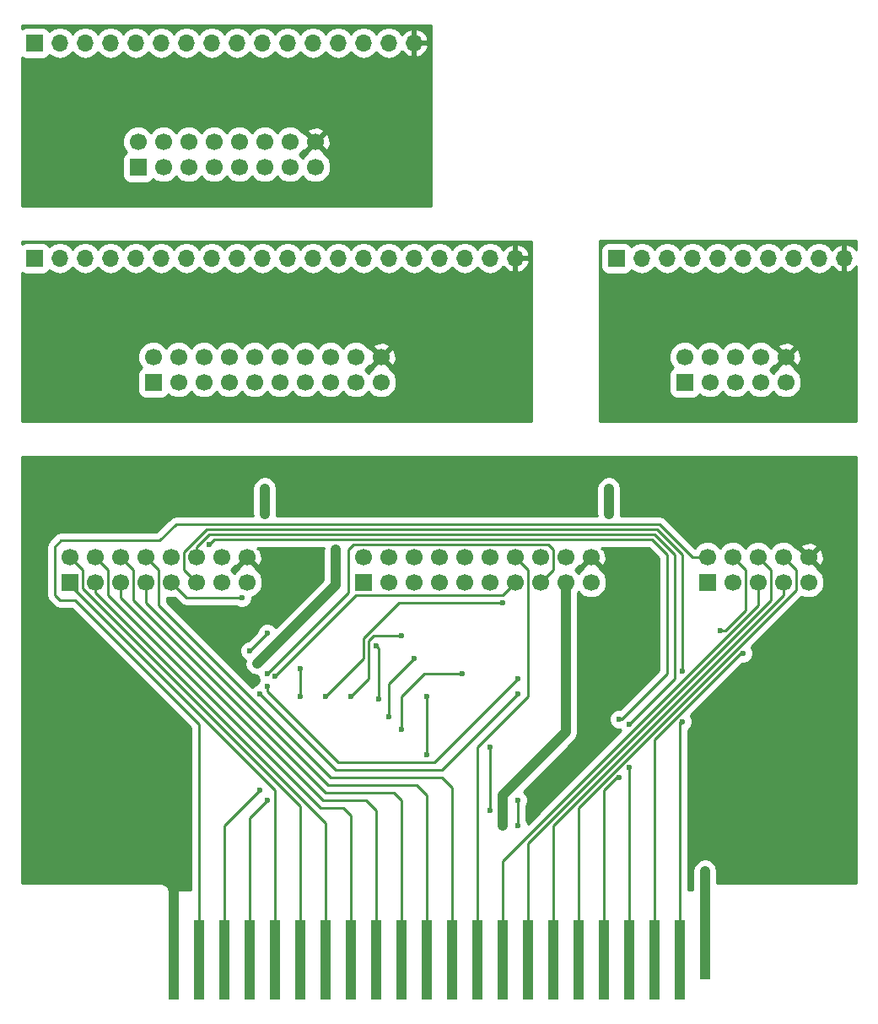
<source format=gbr>
G04 #@! TF.FileFunction,Copper,L2,Bot,Signal*
%FSLAX46Y46*%
G04 Gerber Fmt 4.6, Leading zero omitted, Abs format (unit mm)*
G04 Created by KiCad (PCBNEW 4.0.7) date 05/06/18 18:23:08*
%MOMM*%
%LPD*%
G01*
G04 APERTURE LIST*
%ADD10C,0.100000*%
%ADD11R,1.000000X6.000000*%
%ADD12R,1.000000X8.000000*%
%ADD13R,1.700000X1.700000*%
%ADD14C,1.700000*%
%ADD15O,1.700000X1.700000*%
%ADD16C,0.600000*%
%ADD17C,0.800000*%
%ADD18C,0.250000*%
%ADD19C,1.000000*%
%ADD20C,0.254000*%
G04 APERTURE END LIST*
D10*
D11*
X166370000Y-136668000D03*
D12*
X163830000Y-137668000D03*
X161290000Y-137668000D03*
X158750000Y-137668000D03*
X156210000Y-137668000D03*
X153670000Y-137668000D03*
X151130000Y-137668000D03*
X148590000Y-137668000D03*
X146050000Y-137668000D03*
X143510000Y-137668000D03*
X140970000Y-137668000D03*
X138430000Y-137668000D03*
X135890000Y-137668000D03*
X133350000Y-137668000D03*
X130810000Y-137668000D03*
X128270000Y-137668000D03*
X125730000Y-137668000D03*
X123190000Y-137668000D03*
X120650000Y-137668000D03*
X118110000Y-137668000D03*
X115570000Y-137668000D03*
X113030000Y-137668000D03*
D13*
X102616000Y-99822000D03*
D14*
X102616000Y-97282000D03*
X105156000Y-99822000D03*
X105156000Y-97282000D03*
X107696000Y-99822000D03*
X107696000Y-97282000D03*
X110236000Y-99822000D03*
X110236000Y-97282000D03*
X112776000Y-99822000D03*
X112776000Y-97282000D03*
X115316000Y-99822000D03*
X115316000Y-97282000D03*
X117856000Y-99822000D03*
X117856000Y-97282000D03*
X120396000Y-99822000D03*
X120396000Y-97282000D03*
D13*
X132080000Y-99822000D03*
D14*
X132080000Y-97282000D03*
X134620000Y-99822000D03*
X134620000Y-97282000D03*
X137160000Y-99822000D03*
X137160000Y-97282000D03*
X139700000Y-99822000D03*
X139700000Y-97282000D03*
X142240000Y-99822000D03*
X142240000Y-97282000D03*
X144780000Y-99822000D03*
X144780000Y-97282000D03*
X147320000Y-99822000D03*
X147320000Y-97282000D03*
X149860000Y-99822000D03*
X149860000Y-97282000D03*
X152400000Y-99822000D03*
X152400000Y-97282000D03*
X154940000Y-99822000D03*
X154940000Y-97282000D03*
D13*
X166624000Y-99822000D03*
D14*
X166624000Y-97282000D03*
X169164000Y-99822000D03*
X169164000Y-97282000D03*
X171704000Y-99822000D03*
X171704000Y-97282000D03*
X174244000Y-99822000D03*
X174244000Y-97282000D03*
X176784000Y-99822000D03*
X176784000Y-97282000D03*
D13*
X164338000Y-79756000D03*
D14*
X164338000Y-77216000D03*
X166878000Y-79756000D03*
X166878000Y-77216000D03*
X169418000Y-79756000D03*
X169418000Y-77216000D03*
X171958000Y-79756000D03*
X171958000Y-77216000D03*
X174498000Y-79756000D03*
X174498000Y-77216000D03*
D13*
X109474000Y-58166000D03*
D14*
X109474000Y-55626000D03*
X112014000Y-58166000D03*
X112014000Y-55626000D03*
X114554000Y-58166000D03*
X114554000Y-55626000D03*
X117094000Y-58166000D03*
X117094000Y-55626000D03*
X119634000Y-58166000D03*
X119634000Y-55626000D03*
X122174000Y-58166000D03*
X122174000Y-55626000D03*
X124714000Y-58166000D03*
X124714000Y-55626000D03*
X127254000Y-58166000D03*
X127254000Y-55626000D03*
D13*
X110998000Y-79756000D03*
D14*
X110998000Y-77216000D03*
X113538000Y-79756000D03*
X113538000Y-77216000D03*
X116078000Y-79756000D03*
X116078000Y-77216000D03*
X118618000Y-79756000D03*
X118618000Y-77216000D03*
X121158000Y-79756000D03*
X121158000Y-77216000D03*
X123698000Y-79756000D03*
X123698000Y-77216000D03*
X126238000Y-79756000D03*
X126238000Y-77216000D03*
X128778000Y-79756000D03*
X128778000Y-77216000D03*
X131318000Y-79756000D03*
X131318000Y-77216000D03*
X133858000Y-79756000D03*
X133858000Y-77216000D03*
D13*
X157480000Y-67310000D03*
D15*
X160020000Y-67310000D03*
X162560000Y-67310000D03*
X165100000Y-67310000D03*
X167640000Y-67310000D03*
X170180000Y-67310000D03*
X172720000Y-67310000D03*
X175260000Y-67310000D03*
X177800000Y-67310000D03*
X180340000Y-67310000D03*
D13*
X99060000Y-45720000D03*
D15*
X101600000Y-45720000D03*
X104140000Y-45720000D03*
X106680000Y-45720000D03*
X109220000Y-45720000D03*
X111760000Y-45720000D03*
X114300000Y-45720000D03*
X116840000Y-45720000D03*
X119380000Y-45720000D03*
X121920000Y-45720000D03*
X124460000Y-45720000D03*
X127000000Y-45720000D03*
X129540000Y-45720000D03*
X132080000Y-45720000D03*
X134620000Y-45720000D03*
X137160000Y-45720000D03*
D13*
X99060000Y-67310000D03*
D15*
X101600000Y-67310000D03*
X104140000Y-67310000D03*
X106680000Y-67310000D03*
X109220000Y-67310000D03*
X111760000Y-67310000D03*
X114300000Y-67310000D03*
X116840000Y-67310000D03*
X119380000Y-67310000D03*
X121920000Y-67310000D03*
X124460000Y-67310000D03*
X127000000Y-67310000D03*
X129540000Y-67310000D03*
X132080000Y-67310000D03*
X134620000Y-67310000D03*
X137160000Y-67310000D03*
X139700000Y-67310000D03*
X142240000Y-67310000D03*
X144780000Y-67310000D03*
X147320000Y-67310000D03*
D16*
X122428000Y-110236000D03*
X122428000Y-121666000D03*
X147574000Y-109474000D03*
X147574000Y-110998000D03*
X121666000Y-110998000D03*
X121666000Y-120650000D03*
X170180000Y-106934000D03*
X167894000Y-104648000D03*
X122174000Y-90424000D03*
X122174000Y-92964000D03*
X156718000Y-90424000D03*
X156718000Y-92964000D03*
D17*
X166370000Y-128778000D03*
X113030000Y-128778000D03*
D16*
X119888000Y-101346000D03*
X157734000Y-119380000D03*
X116586000Y-96012000D03*
X157734000Y-113538000D03*
X164084000Y-113792000D03*
X164084000Y-108712000D03*
X158750000Y-114046000D03*
X158750000Y-118364000D03*
X147574000Y-121666000D03*
X147574000Y-124206000D03*
X125730000Y-108458000D03*
X125730000Y-111252000D03*
X133604000Y-111506000D03*
X133350000Y-106172000D03*
X134620000Y-113284000D03*
X137160000Y-107442000D03*
X135890000Y-105156000D03*
X130810000Y-111252000D03*
X138430000Y-111252000D03*
X138430000Y-117094000D03*
X141986000Y-108966000D03*
X135890000Y-114554000D03*
X144780000Y-122682000D03*
X144780000Y-116332000D03*
X146050000Y-101854000D03*
X128270000Y-111252000D03*
X123190000Y-109220000D03*
X122428000Y-108966000D03*
X122428000Y-104902000D03*
X120650000Y-106680000D03*
D17*
X146050000Y-124206000D03*
X129286000Y-96520000D03*
X121412000Y-107950000D03*
D18*
X129540000Y-117856000D02*
X139192000Y-117856000D01*
X129540000Y-117856000D02*
X122428000Y-110744000D01*
X122428000Y-110744000D02*
X122428000Y-110236000D01*
X120650000Y-137668000D02*
X120650000Y-123444000D01*
X120650000Y-123444000D02*
X122428000Y-121666000D01*
X139192000Y-117856000D02*
X147574000Y-109474000D01*
X115570000Y-115570000D02*
X115570000Y-114046000D01*
X101092000Y-101092000D02*
X101092000Y-96266000D01*
X101600000Y-101600000D02*
X101092000Y-101092000D01*
X103124000Y-101600000D02*
X101600000Y-101600000D01*
X115570000Y-114046000D02*
X103124000Y-101600000D01*
X165354000Y-97282000D02*
X165100000Y-97282000D01*
X101727000Y-95631000D02*
X101092000Y-96266000D01*
X111633000Y-95631000D02*
X113284000Y-93980000D01*
X101727000Y-95631000D02*
X111633000Y-95631000D01*
X161798000Y-93980000D02*
X113284000Y-93980000D01*
X166624000Y-97282000D02*
X165354000Y-97282000D01*
X165100000Y-97282000D02*
X161798000Y-93980000D01*
X115570000Y-116586000D02*
X115570000Y-115570000D01*
X115570000Y-137668000D02*
X115570000Y-116586000D01*
X129032000Y-118364000D02*
X129286000Y-118618000D01*
X139954000Y-118618000D02*
X140208000Y-118364000D01*
X129286000Y-118618000D02*
X139954000Y-118618000D01*
X140208000Y-118364000D02*
X147574000Y-110998000D01*
X118110000Y-137668000D02*
X118110000Y-124206000D01*
X121666000Y-110998000D02*
X129032000Y-118364000D01*
X118110000Y-124206000D02*
X121666000Y-120650000D01*
X167894000Y-104648000D02*
X168402000Y-104648000D01*
X170434000Y-102616000D02*
X170434000Y-102362000D01*
X168402000Y-104648000D02*
X170434000Y-102616000D01*
X170434000Y-102362000D02*
X170434000Y-102108000D01*
X170434000Y-101092000D02*
X170434000Y-98552000D01*
X170434000Y-98552000D02*
X169164000Y-97282000D01*
X170434000Y-102108000D02*
X170434000Y-101092000D01*
X161290000Y-117348000D02*
X161290000Y-115570000D01*
X169926000Y-106934000D02*
X170180000Y-106934000D01*
X161290000Y-115570000D02*
X169926000Y-106934000D01*
X161290000Y-137668000D02*
X161290000Y-117348000D01*
X146050000Y-137668000D02*
X146050000Y-127762000D01*
X171704000Y-102108000D02*
X171704000Y-99822000D01*
X146050000Y-127762000D02*
X171704000Y-102108000D01*
X148590000Y-126492000D02*
X148590000Y-125984000D01*
X148590000Y-125984000D02*
X172974000Y-101600000D01*
X148590000Y-137668000D02*
X148590000Y-126492000D01*
X172974000Y-98552000D02*
X171704000Y-97282000D01*
X172974000Y-101600000D02*
X172974000Y-98552000D01*
X151130000Y-124968000D02*
X151130000Y-124206000D01*
X151130000Y-124206000D02*
X174244000Y-101092000D01*
X151130000Y-137668000D02*
X151130000Y-124968000D01*
X174244000Y-101092000D02*
X174244000Y-99822000D01*
X153670000Y-123698000D02*
X153670000Y-122428000D01*
X153670000Y-122428000D02*
X175514000Y-100584000D01*
X153670000Y-137668000D02*
X153670000Y-123698000D01*
X175514000Y-98552000D02*
X174244000Y-97282000D01*
X175514000Y-100584000D02*
X175514000Y-98552000D01*
D19*
X122174000Y-92964000D02*
X122174000Y-90424000D01*
X156718000Y-92964000D02*
X156718000Y-90424000D01*
X166370000Y-136668000D02*
X166370000Y-128778000D01*
D18*
X120396000Y-99822000D02*
X120396000Y-99568000D01*
D19*
X113030000Y-137668000D02*
X113030000Y-128778000D01*
D18*
X123190000Y-120650000D02*
X102616000Y-100076000D01*
X102616000Y-100076000D02*
X102616000Y-99822000D01*
X123190000Y-137668000D02*
X123190000Y-120650000D01*
X125730000Y-137668000D02*
X125730000Y-122299602D01*
X103886000Y-98552000D02*
X102616000Y-97282000D01*
X103886000Y-100455602D02*
X103886000Y-98552000D01*
X125730000Y-122299602D02*
X103886000Y-100455602D01*
X128270000Y-137668000D02*
X128270000Y-123952000D01*
X105156000Y-100838000D02*
X105156000Y-99822000D01*
X128270000Y-123952000D02*
X105156000Y-100838000D01*
X130810000Y-125476000D02*
X130810000Y-123190000D01*
X130048000Y-122428000D02*
X127762000Y-122428000D01*
X130810000Y-123190000D02*
X130048000Y-122428000D01*
X130810000Y-137668000D02*
X130810000Y-125476000D01*
X106426000Y-98552000D02*
X105156000Y-97282000D01*
X106426000Y-101092000D02*
X106426000Y-98552000D01*
X127762000Y-122428000D02*
X106426000Y-101092000D01*
X133350000Y-127000000D02*
X133350000Y-122682000D01*
X132334000Y-121666000D02*
X128016000Y-121666000D01*
X133350000Y-122682000D02*
X132334000Y-121666000D01*
X133350000Y-137668000D02*
X133350000Y-127000000D01*
X107696000Y-101346000D02*
X107696000Y-99822000D01*
X128016000Y-121666000D02*
X107696000Y-101346000D01*
X135890000Y-128524000D02*
X135890000Y-121666000D01*
X135128000Y-120904000D02*
X128270000Y-120904000D01*
X135890000Y-121666000D02*
X135128000Y-120904000D01*
X128270000Y-120904000D02*
X108966000Y-101600000D01*
X108966000Y-101600000D02*
X108966000Y-101346000D01*
X135890000Y-137668000D02*
X135890000Y-128524000D01*
X108966000Y-98552000D02*
X107696000Y-97282000D01*
X108966000Y-101346000D02*
X108966000Y-98552000D01*
X138430000Y-130048000D02*
X138430000Y-121158000D01*
X137414000Y-120142000D02*
X128524000Y-120142000D01*
X138430000Y-121158000D02*
X137414000Y-120142000D01*
X128524000Y-120142000D02*
X110236000Y-101854000D01*
X110236000Y-101854000D02*
X110236000Y-99822000D01*
X138430000Y-137668000D02*
X138430000Y-130048000D01*
X140970000Y-131572000D02*
X140970000Y-120396000D01*
X139954000Y-119380000D02*
X128778000Y-119380000D01*
X140970000Y-120396000D02*
X139954000Y-119380000D01*
X128778000Y-119380000D02*
X111506000Y-102108000D01*
X111506000Y-102108000D02*
X111506000Y-101092000D01*
X140970000Y-137668000D02*
X140970000Y-131572000D01*
X111506000Y-98552000D02*
X110236000Y-97282000D01*
X111506000Y-101092000D02*
X111506000Y-98552000D01*
X114300000Y-101346000D02*
X112776000Y-99822000D01*
X119888000Y-101346000D02*
X114300000Y-101346000D01*
X162560000Y-108712000D02*
X162560000Y-108966000D01*
X157988000Y-113538000D02*
X157734000Y-113538000D01*
X162560000Y-108966000D02*
X157988000Y-113538000D01*
X156210000Y-122174000D02*
X156210000Y-120650000D01*
X157480000Y-119380000D02*
X157734000Y-119380000D01*
X156210000Y-120650000D02*
X157480000Y-119380000D01*
X116586000Y-96012000D02*
X117094000Y-95504000D01*
X162560000Y-107442000D02*
X162560000Y-97028000D01*
X162560000Y-97028000D02*
X161036000Y-95504000D01*
X161036000Y-95504000D02*
X117094000Y-95504000D01*
X162560000Y-107442000D02*
X162560000Y-108458000D01*
X162560000Y-108712000D02*
X162560000Y-108458000D01*
X162560000Y-108712000D02*
X162560000Y-108458000D01*
X156210000Y-137668000D02*
X156210000Y-122174000D01*
X163830000Y-115824000D02*
X163830000Y-114300000D01*
X163830000Y-137668000D02*
X163830000Y-115824000D01*
X163830000Y-114300000D02*
X163830000Y-114046000D01*
X163830000Y-114300000D02*
X163830000Y-113792000D01*
X163830000Y-114046000D02*
X164084000Y-113792000D01*
X163830000Y-113792000D02*
X163830000Y-113792000D01*
X163830000Y-113792000D02*
X164084000Y-113792000D01*
X117094000Y-94488000D02*
X116332000Y-94488000D01*
X116332000Y-94488000D02*
X114046000Y-96774000D01*
X164084000Y-97028000D02*
X161544000Y-94488000D01*
X161544000Y-94488000D02*
X117094000Y-94488000D01*
X164084000Y-108712000D02*
X164084000Y-97028000D01*
X114046000Y-98552000D02*
X115316000Y-99822000D01*
X114046000Y-96774000D02*
X114046000Y-98552000D01*
X116840000Y-94996000D02*
X116586000Y-94996000D01*
X116586000Y-94996000D02*
X115316000Y-96266000D01*
X163322000Y-97028000D02*
X161290000Y-94996000D01*
X161290000Y-94996000D02*
X116840000Y-94996000D01*
X158750000Y-114046000D02*
X163322000Y-109474000D01*
X163322000Y-109474000D02*
X163322000Y-108712000D01*
X158750000Y-137668000D02*
X158750000Y-118364000D01*
X115316000Y-96266000D02*
X115316000Y-97282000D01*
X163322000Y-108712000D02*
X163322000Y-97028000D01*
X147574000Y-124206000D02*
X147574000Y-121666000D01*
X125730000Y-111252000D02*
X125730000Y-108458000D01*
X133604000Y-111506000D02*
X133604000Y-106426000D01*
X133604000Y-106426000D02*
X133350000Y-106172000D01*
X134620000Y-113284000D02*
X134620000Y-109982000D01*
X134620000Y-109982000D02*
X137160000Y-107442000D01*
X134620000Y-109982000D02*
X137160000Y-107442000D01*
X130810000Y-111252000D02*
X132588000Y-109474000D01*
X132588000Y-105664000D02*
X133096000Y-105156000D01*
X132588000Y-109474000D02*
X132588000Y-105664000D01*
X133096000Y-105156000D02*
X135890000Y-105156000D01*
X138430000Y-117094000D02*
X138430000Y-111252000D01*
X135890000Y-114554000D02*
X135890000Y-111252000D01*
X135890000Y-111252000D02*
X138176000Y-108966000D01*
X138176000Y-108966000D02*
X141986000Y-108966000D01*
X138176000Y-108966000D02*
X141986000Y-108966000D01*
X135890000Y-111252000D02*
X138176000Y-108966000D01*
X144780000Y-122682000D02*
X144780000Y-116332000D01*
X134620000Y-102870000D02*
X135636000Y-101854000D01*
X135636000Y-101854000D02*
X136906000Y-101854000D01*
X128270000Y-111252000D02*
X132080000Y-107442000D01*
X132080000Y-105410000D02*
X134620000Y-102870000D01*
X132080000Y-107442000D02*
X132080000Y-105410000D01*
X136906000Y-101854000D02*
X146050000Y-101854000D01*
X130302000Y-102108000D02*
X131318000Y-101092000D01*
X131318000Y-101092000D02*
X146050000Y-101092000D01*
X123190000Y-109220000D02*
X130302000Y-102108000D01*
X146050000Y-101092000D02*
X147320000Y-99822000D01*
X143510000Y-137668000D02*
X143510000Y-116332000D01*
X148590000Y-98552000D02*
X147320000Y-97282000D01*
X148590000Y-111252000D02*
X148590000Y-98552000D01*
X143510000Y-116332000D02*
X148590000Y-111252000D01*
X130556000Y-100076000D02*
X130556000Y-100838000D01*
X151130000Y-96520000D02*
X151130000Y-98552000D01*
X151130000Y-98552000D02*
X149860000Y-99822000D01*
X150622000Y-96012000D02*
X131064000Y-96012000D01*
X151130000Y-96520000D02*
X150622000Y-96012000D01*
X130556000Y-100076000D02*
X130556000Y-96520000D01*
X130556000Y-96520000D02*
X131064000Y-96012000D01*
X130556000Y-100838000D02*
X122428000Y-108966000D01*
X120650000Y-106680000D02*
X122428000Y-104902000D01*
D19*
X152400000Y-99822000D02*
X152400000Y-114808000D01*
X152400000Y-114808000D02*
X146050000Y-121158000D01*
X146050000Y-121158000D02*
X146050000Y-124206000D01*
X126238000Y-103124000D02*
X129286000Y-100076000D01*
X129286000Y-100076000D02*
X129286000Y-96520000D01*
X121412000Y-107950000D02*
X126238000Y-103124000D01*
D20*
G36*
X181570000Y-66502780D02*
X181535183Y-66428642D01*
X181106924Y-66038355D01*
X180696890Y-65868524D01*
X180467000Y-65989845D01*
X180467000Y-67183000D01*
X180487000Y-67183000D01*
X180487000Y-67437000D01*
X180467000Y-67437000D01*
X180467000Y-68630155D01*
X180696890Y-68751476D01*
X181106924Y-68581645D01*
X181535183Y-68191358D01*
X181570000Y-68117220D01*
X181570000Y-83693000D01*
X155829000Y-83693000D01*
X155829000Y-78906000D01*
X162746758Y-78906000D01*
X162746758Y-80606000D01*
X162797451Y-80875410D01*
X162956672Y-81122846D01*
X163199615Y-81288843D01*
X163488000Y-81347242D01*
X165188000Y-81347242D01*
X165457410Y-81296549D01*
X165704846Y-81137328D01*
X165836420Y-80944764D01*
X165983535Y-81092136D01*
X166562939Y-81332725D01*
X167190308Y-81333273D01*
X167770132Y-81093695D01*
X168148270Y-80716216D01*
X168523535Y-81092136D01*
X169102939Y-81332725D01*
X169730308Y-81333273D01*
X170310132Y-81093695D01*
X170688270Y-80716216D01*
X171063535Y-81092136D01*
X171642939Y-81332725D01*
X172270308Y-81333273D01*
X172850132Y-81093695D01*
X173228270Y-80716216D01*
X173603535Y-81092136D01*
X174182939Y-81332725D01*
X174810308Y-81333273D01*
X175390132Y-81093695D01*
X175834136Y-80650465D01*
X176074725Y-80071061D01*
X176075273Y-79443692D01*
X175835695Y-78863868D01*
X175392465Y-78419864D01*
X175320782Y-78390099D01*
X175362353Y-78259958D01*
X174498000Y-77395605D01*
X173633647Y-78259958D01*
X173675091Y-78389703D01*
X173605868Y-78418305D01*
X173227730Y-78795784D01*
X172918216Y-78485730D01*
X173294136Y-78110465D01*
X173323901Y-78038782D01*
X173454042Y-78080353D01*
X174318395Y-77216000D01*
X174677605Y-77216000D01*
X175541958Y-78080353D01*
X175793259Y-78000080D01*
X175994718Y-77444721D01*
X175968315Y-76854542D01*
X175793259Y-76431920D01*
X175541958Y-76351647D01*
X174677605Y-77216000D01*
X174318395Y-77216000D01*
X173454042Y-76351647D01*
X173324297Y-76393091D01*
X173295695Y-76323868D01*
X173144134Y-76172042D01*
X173633647Y-76172042D01*
X174498000Y-77036395D01*
X175362353Y-76172042D01*
X175282080Y-75920741D01*
X174726721Y-75719282D01*
X174136542Y-75745685D01*
X173713920Y-75920741D01*
X173633647Y-76172042D01*
X173144134Y-76172042D01*
X172852465Y-75879864D01*
X172273061Y-75639275D01*
X171645692Y-75638727D01*
X171065868Y-75878305D01*
X170687730Y-76255784D01*
X170312465Y-75879864D01*
X169733061Y-75639275D01*
X169105692Y-75638727D01*
X168525868Y-75878305D01*
X168147730Y-76255784D01*
X167772465Y-75879864D01*
X167193061Y-75639275D01*
X166565692Y-75638727D01*
X165985868Y-75878305D01*
X165607730Y-76255784D01*
X165232465Y-75879864D01*
X164653061Y-75639275D01*
X164025692Y-75638727D01*
X163445868Y-75878305D01*
X163001864Y-76321535D01*
X162761275Y-76900939D01*
X162760727Y-77528308D01*
X163000305Y-78108132D01*
X163150911Y-78259001D01*
X162971154Y-78374672D01*
X162805157Y-78617615D01*
X162746758Y-78906000D01*
X155829000Y-78906000D01*
X155829000Y-66460000D01*
X155888758Y-66460000D01*
X155888758Y-68160000D01*
X155939451Y-68429410D01*
X156098672Y-68676846D01*
X156341615Y-68842843D01*
X156630000Y-68901242D01*
X158330000Y-68901242D01*
X158599410Y-68850549D01*
X158846846Y-68691328D01*
X158975433Y-68503136D01*
X159416508Y-68797853D01*
X160020000Y-68917895D01*
X160623492Y-68797853D01*
X161135107Y-68456002D01*
X161290000Y-68224189D01*
X161444893Y-68456002D01*
X161956508Y-68797853D01*
X162560000Y-68917895D01*
X163163492Y-68797853D01*
X163675107Y-68456002D01*
X163830000Y-68224189D01*
X163984893Y-68456002D01*
X164496508Y-68797853D01*
X165100000Y-68917895D01*
X165703492Y-68797853D01*
X166215107Y-68456002D01*
X166370000Y-68224189D01*
X166524893Y-68456002D01*
X167036508Y-68797853D01*
X167640000Y-68917895D01*
X168243492Y-68797853D01*
X168755107Y-68456002D01*
X168910000Y-68224189D01*
X169064893Y-68456002D01*
X169576508Y-68797853D01*
X170180000Y-68917895D01*
X170783492Y-68797853D01*
X171295107Y-68456002D01*
X171450000Y-68224189D01*
X171604893Y-68456002D01*
X172116508Y-68797853D01*
X172720000Y-68917895D01*
X173323492Y-68797853D01*
X173835107Y-68456002D01*
X173990000Y-68224189D01*
X174144893Y-68456002D01*
X174656508Y-68797853D01*
X175260000Y-68917895D01*
X175863492Y-68797853D01*
X176375107Y-68456002D01*
X176530000Y-68224189D01*
X176684893Y-68456002D01*
X177196508Y-68797853D01*
X177800000Y-68917895D01*
X178403492Y-68797853D01*
X178915107Y-68456002D01*
X179122991Y-68144882D01*
X179144817Y-68191358D01*
X179573076Y-68581645D01*
X179983110Y-68751476D01*
X180213000Y-68630155D01*
X180213000Y-67437000D01*
X180193000Y-67437000D01*
X180193000Y-67183000D01*
X180213000Y-67183000D01*
X180213000Y-65989845D01*
X179983110Y-65868524D01*
X179573076Y-66038355D01*
X179144817Y-66428642D01*
X179122991Y-66475118D01*
X178915107Y-66163998D01*
X178403492Y-65822147D01*
X177800000Y-65702105D01*
X177196508Y-65822147D01*
X176684893Y-66163998D01*
X176530000Y-66395811D01*
X176375107Y-66163998D01*
X175863492Y-65822147D01*
X175260000Y-65702105D01*
X174656508Y-65822147D01*
X174144893Y-66163998D01*
X173990000Y-66395811D01*
X173835107Y-66163998D01*
X173323492Y-65822147D01*
X172720000Y-65702105D01*
X172116508Y-65822147D01*
X171604893Y-66163998D01*
X171450000Y-66395811D01*
X171295107Y-66163998D01*
X170783492Y-65822147D01*
X170180000Y-65702105D01*
X169576508Y-65822147D01*
X169064893Y-66163998D01*
X168910000Y-66395811D01*
X168755107Y-66163998D01*
X168243492Y-65822147D01*
X167640000Y-65702105D01*
X167036508Y-65822147D01*
X166524893Y-66163998D01*
X166370000Y-66395811D01*
X166215107Y-66163998D01*
X165703492Y-65822147D01*
X165100000Y-65702105D01*
X164496508Y-65822147D01*
X163984893Y-66163998D01*
X163830000Y-66395811D01*
X163675107Y-66163998D01*
X163163492Y-65822147D01*
X162560000Y-65702105D01*
X161956508Y-65822147D01*
X161444893Y-66163998D01*
X161290000Y-66395811D01*
X161135107Y-66163998D01*
X160623492Y-65822147D01*
X160020000Y-65702105D01*
X159416508Y-65822147D01*
X158973807Y-66117951D01*
X158861328Y-65943154D01*
X158618385Y-65777157D01*
X158330000Y-65718758D01*
X156630000Y-65718758D01*
X156360590Y-65769451D01*
X156113154Y-65928672D01*
X155947157Y-66171615D01*
X155888758Y-66460000D01*
X155829000Y-66460000D01*
X155829000Y-65572000D01*
X181570000Y-65572000D01*
X181570000Y-66502780D01*
X181570000Y-66502780D01*
G37*
X181570000Y-66502780D02*
X181535183Y-66428642D01*
X181106924Y-66038355D01*
X180696890Y-65868524D01*
X180467000Y-65989845D01*
X180467000Y-67183000D01*
X180487000Y-67183000D01*
X180487000Y-67437000D01*
X180467000Y-67437000D01*
X180467000Y-68630155D01*
X180696890Y-68751476D01*
X181106924Y-68581645D01*
X181535183Y-68191358D01*
X181570000Y-68117220D01*
X181570000Y-83693000D01*
X155829000Y-83693000D01*
X155829000Y-78906000D01*
X162746758Y-78906000D01*
X162746758Y-80606000D01*
X162797451Y-80875410D01*
X162956672Y-81122846D01*
X163199615Y-81288843D01*
X163488000Y-81347242D01*
X165188000Y-81347242D01*
X165457410Y-81296549D01*
X165704846Y-81137328D01*
X165836420Y-80944764D01*
X165983535Y-81092136D01*
X166562939Y-81332725D01*
X167190308Y-81333273D01*
X167770132Y-81093695D01*
X168148270Y-80716216D01*
X168523535Y-81092136D01*
X169102939Y-81332725D01*
X169730308Y-81333273D01*
X170310132Y-81093695D01*
X170688270Y-80716216D01*
X171063535Y-81092136D01*
X171642939Y-81332725D01*
X172270308Y-81333273D01*
X172850132Y-81093695D01*
X173228270Y-80716216D01*
X173603535Y-81092136D01*
X174182939Y-81332725D01*
X174810308Y-81333273D01*
X175390132Y-81093695D01*
X175834136Y-80650465D01*
X176074725Y-80071061D01*
X176075273Y-79443692D01*
X175835695Y-78863868D01*
X175392465Y-78419864D01*
X175320782Y-78390099D01*
X175362353Y-78259958D01*
X174498000Y-77395605D01*
X173633647Y-78259958D01*
X173675091Y-78389703D01*
X173605868Y-78418305D01*
X173227730Y-78795784D01*
X172918216Y-78485730D01*
X173294136Y-78110465D01*
X173323901Y-78038782D01*
X173454042Y-78080353D01*
X174318395Y-77216000D01*
X174677605Y-77216000D01*
X175541958Y-78080353D01*
X175793259Y-78000080D01*
X175994718Y-77444721D01*
X175968315Y-76854542D01*
X175793259Y-76431920D01*
X175541958Y-76351647D01*
X174677605Y-77216000D01*
X174318395Y-77216000D01*
X173454042Y-76351647D01*
X173324297Y-76393091D01*
X173295695Y-76323868D01*
X173144134Y-76172042D01*
X173633647Y-76172042D01*
X174498000Y-77036395D01*
X175362353Y-76172042D01*
X175282080Y-75920741D01*
X174726721Y-75719282D01*
X174136542Y-75745685D01*
X173713920Y-75920741D01*
X173633647Y-76172042D01*
X173144134Y-76172042D01*
X172852465Y-75879864D01*
X172273061Y-75639275D01*
X171645692Y-75638727D01*
X171065868Y-75878305D01*
X170687730Y-76255784D01*
X170312465Y-75879864D01*
X169733061Y-75639275D01*
X169105692Y-75638727D01*
X168525868Y-75878305D01*
X168147730Y-76255784D01*
X167772465Y-75879864D01*
X167193061Y-75639275D01*
X166565692Y-75638727D01*
X165985868Y-75878305D01*
X165607730Y-76255784D01*
X165232465Y-75879864D01*
X164653061Y-75639275D01*
X164025692Y-75638727D01*
X163445868Y-75878305D01*
X163001864Y-76321535D01*
X162761275Y-76900939D01*
X162760727Y-77528308D01*
X163000305Y-78108132D01*
X163150911Y-78259001D01*
X162971154Y-78374672D01*
X162805157Y-78617615D01*
X162746758Y-78906000D01*
X155829000Y-78906000D01*
X155829000Y-66460000D01*
X155888758Y-66460000D01*
X155888758Y-68160000D01*
X155939451Y-68429410D01*
X156098672Y-68676846D01*
X156341615Y-68842843D01*
X156630000Y-68901242D01*
X158330000Y-68901242D01*
X158599410Y-68850549D01*
X158846846Y-68691328D01*
X158975433Y-68503136D01*
X159416508Y-68797853D01*
X160020000Y-68917895D01*
X160623492Y-68797853D01*
X161135107Y-68456002D01*
X161290000Y-68224189D01*
X161444893Y-68456002D01*
X161956508Y-68797853D01*
X162560000Y-68917895D01*
X163163492Y-68797853D01*
X163675107Y-68456002D01*
X163830000Y-68224189D01*
X163984893Y-68456002D01*
X164496508Y-68797853D01*
X165100000Y-68917895D01*
X165703492Y-68797853D01*
X166215107Y-68456002D01*
X166370000Y-68224189D01*
X166524893Y-68456002D01*
X167036508Y-68797853D01*
X167640000Y-68917895D01*
X168243492Y-68797853D01*
X168755107Y-68456002D01*
X168910000Y-68224189D01*
X169064893Y-68456002D01*
X169576508Y-68797853D01*
X170180000Y-68917895D01*
X170783492Y-68797853D01*
X171295107Y-68456002D01*
X171450000Y-68224189D01*
X171604893Y-68456002D01*
X172116508Y-68797853D01*
X172720000Y-68917895D01*
X173323492Y-68797853D01*
X173835107Y-68456002D01*
X173990000Y-68224189D01*
X174144893Y-68456002D01*
X174656508Y-68797853D01*
X175260000Y-68917895D01*
X175863492Y-68797853D01*
X176375107Y-68456002D01*
X176530000Y-68224189D01*
X176684893Y-68456002D01*
X177196508Y-68797853D01*
X177800000Y-68917895D01*
X178403492Y-68797853D01*
X178915107Y-68456002D01*
X179122991Y-68144882D01*
X179144817Y-68191358D01*
X179573076Y-68581645D01*
X179983110Y-68751476D01*
X180213000Y-68630155D01*
X180213000Y-67437000D01*
X180193000Y-67437000D01*
X180193000Y-67183000D01*
X180213000Y-67183000D01*
X180213000Y-65989845D01*
X179983110Y-65868524D01*
X179573076Y-66038355D01*
X179144817Y-66428642D01*
X179122991Y-66475118D01*
X178915107Y-66163998D01*
X178403492Y-65822147D01*
X177800000Y-65702105D01*
X177196508Y-65822147D01*
X176684893Y-66163998D01*
X176530000Y-66395811D01*
X176375107Y-66163998D01*
X175863492Y-65822147D01*
X175260000Y-65702105D01*
X174656508Y-65822147D01*
X174144893Y-66163998D01*
X173990000Y-66395811D01*
X173835107Y-66163998D01*
X173323492Y-65822147D01*
X172720000Y-65702105D01*
X172116508Y-65822147D01*
X171604893Y-66163998D01*
X171450000Y-66395811D01*
X171295107Y-66163998D01*
X170783492Y-65822147D01*
X170180000Y-65702105D01*
X169576508Y-65822147D01*
X169064893Y-66163998D01*
X168910000Y-66395811D01*
X168755107Y-66163998D01*
X168243492Y-65822147D01*
X167640000Y-65702105D01*
X167036508Y-65822147D01*
X166524893Y-66163998D01*
X166370000Y-66395811D01*
X166215107Y-66163998D01*
X165703492Y-65822147D01*
X165100000Y-65702105D01*
X164496508Y-65822147D01*
X163984893Y-66163998D01*
X163830000Y-66395811D01*
X163675107Y-66163998D01*
X163163492Y-65822147D01*
X162560000Y-65702105D01*
X161956508Y-65822147D01*
X161444893Y-66163998D01*
X161290000Y-66395811D01*
X161135107Y-66163998D01*
X160623492Y-65822147D01*
X160020000Y-65702105D01*
X159416508Y-65822147D01*
X158973807Y-66117951D01*
X158861328Y-65943154D01*
X158618385Y-65777157D01*
X158330000Y-65718758D01*
X156630000Y-65718758D01*
X156360590Y-65769451D01*
X156113154Y-65928672D01*
X155947157Y-66171615D01*
X155888758Y-66460000D01*
X155829000Y-66460000D01*
X155829000Y-65572000D01*
X181570000Y-65572000D01*
X181570000Y-66502780D01*
G36*
X148971000Y-83693000D02*
X97830000Y-83693000D01*
X97830000Y-78906000D01*
X109406758Y-78906000D01*
X109406758Y-80606000D01*
X109457451Y-80875410D01*
X109616672Y-81122846D01*
X109859615Y-81288843D01*
X110148000Y-81347242D01*
X111848000Y-81347242D01*
X112117410Y-81296549D01*
X112364846Y-81137328D01*
X112496420Y-80944764D01*
X112643535Y-81092136D01*
X113222939Y-81332725D01*
X113850308Y-81333273D01*
X114430132Y-81093695D01*
X114808270Y-80716216D01*
X115183535Y-81092136D01*
X115762939Y-81332725D01*
X116390308Y-81333273D01*
X116970132Y-81093695D01*
X117348270Y-80716216D01*
X117723535Y-81092136D01*
X118302939Y-81332725D01*
X118930308Y-81333273D01*
X119510132Y-81093695D01*
X119888270Y-80716216D01*
X120263535Y-81092136D01*
X120842939Y-81332725D01*
X121470308Y-81333273D01*
X122050132Y-81093695D01*
X122428270Y-80716216D01*
X122803535Y-81092136D01*
X123382939Y-81332725D01*
X124010308Y-81333273D01*
X124590132Y-81093695D01*
X124968270Y-80716216D01*
X125343535Y-81092136D01*
X125922939Y-81332725D01*
X126550308Y-81333273D01*
X127130132Y-81093695D01*
X127508270Y-80716216D01*
X127883535Y-81092136D01*
X128462939Y-81332725D01*
X129090308Y-81333273D01*
X129670132Y-81093695D01*
X130048270Y-80716216D01*
X130423535Y-81092136D01*
X131002939Y-81332725D01*
X131630308Y-81333273D01*
X132210132Y-81093695D01*
X132588270Y-80716216D01*
X132963535Y-81092136D01*
X133542939Y-81332725D01*
X134170308Y-81333273D01*
X134750132Y-81093695D01*
X135194136Y-80650465D01*
X135434725Y-80071061D01*
X135435273Y-79443692D01*
X135195695Y-78863868D01*
X134752465Y-78419864D01*
X134680782Y-78390099D01*
X134722353Y-78259958D01*
X133858000Y-77395605D01*
X132993647Y-78259958D01*
X133035091Y-78389703D01*
X132965868Y-78418305D01*
X132587730Y-78795784D01*
X132278216Y-78485730D01*
X132654136Y-78110465D01*
X132683901Y-78038782D01*
X132814042Y-78080353D01*
X133678395Y-77216000D01*
X134037605Y-77216000D01*
X134901958Y-78080353D01*
X135153259Y-78000080D01*
X135354718Y-77444721D01*
X135328315Y-76854542D01*
X135153259Y-76431920D01*
X134901958Y-76351647D01*
X134037605Y-77216000D01*
X133678395Y-77216000D01*
X132814042Y-76351647D01*
X132684297Y-76393091D01*
X132655695Y-76323868D01*
X132504134Y-76172042D01*
X132993647Y-76172042D01*
X133858000Y-77036395D01*
X134722353Y-76172042D01*
X134642080Y-75920741D01*
X134086721Y-75719282D01*
X133496542Y-75745685D01*
X133073920Y-75920741D01*
X132993647Y-76172042D01*
X132504134Y-76172042D01*
X132212465Y-75879864D01*
X131633061Y-75639275D01*
X131005692Y-75638727D01*
X130425868Y-75878305D01*
X130047730Y-76255784D01*
X129672465Y-75879864D01*
X129093061Y-75639275D01*
X128465692Y-75638727D01*
X127885868Y-75878305D01*
X127507730Y-76255784D01*
X127132465Y-75879864D01*
X126553061Y-75639275D01*
X125925692Y-75638727D01*
X125345868Y-75878305D01*
X124967730Y-76255784D01*
X124592465Y-75879864D01*
X124013061Y-75639275D01*
X123385692Y-75638727D01*
X122805868Y-75878305D01*
X122427730Y-76255784D01*
X122052465Y-75879864D01*
X121473061Y-75639275D01*
X120845692Y-75638727D01*
X120265868Y-75878305D01*
X119887730Y-76255784D01*
X119512465Y-75879864D01*
X118933061Y-75639275D01*
X118305692Y-75638727D01*
X117725868Y-75878305D01*
X117347730Y-76255784D01*
X116972465Y-75879864D01*
X116393061Y-75639275D01*
X115765692Y-75638727D01*
X115185868Y-75878305D01*
X114807730Y-76255784D01*
X114432465Y-75879864D01*
X113853061Y-75639275D01*
X113225692Y-75638727D01*
X112645868Y-75878305D01*
X112267730Y-76255784D01*
X111892465Y-75879864D01*
X111313061Y-75639275D01*
X110685692Y-75638727D01*
X110105868Y-75878305D01*
X109661864Y-76321535D01*
X109421275Y-76900939D01*
X109420727Y-77528308D01*
X109660305Y-78108132D01*
X109810911Y-78259001D01*
X109631154Y-78374672D01*
X109465157Y-78617615D01*
X109406758Y-78906000D01*
X97830000Y-78906000D01*
X97830000Y-68780245D01*
X97921615Y-68842843D01*
X98210000Y-68901242D01*
X99910000Y-68901242D01*
X100179410Y-68850549D01*
X100426846Y-68691328D01*
X100555433Y-68503136D01*
X100996508Y-68797853D01*
X101600000Y-68917895D01*
X102203492Y-68797853D01*
X102715107Y-68456002D01*
X102870000Y-68224189D01*
X103024893Y-68456002D01*
X103536508Y-68797853D01*
X104140000Y-68917895D01*
X104743492Y-68797853D01*
X105255107Y-68456002D01*
X105410000Y-68224189D01*
X105564893Y-68456002D01*
X106076508Y-68797853D01*
X106680000Y-68917895D01*
X107283492Y-68797853D01*
X107795107Y-68456002D01*
X107950000Y-68224189D01*
X108104893Y-68456002D01*
X108616508Y-68797853D01*
X109220000Y-68917895D01*
X109823492Y-68797853D01*
X110335107Y-68456002D01*
X110490000Y-68224189D01*
X110644893Y-68456002D01*
X111156508Y-68797853D01*
X111760000Y-68917895D01*
X112363492Y-68797853D01*
X112875107Y-68456002D01*
X113030000Y-68224189D01*
X113184893Y-68456002D01*
X113696508Y-68797853D01*
X114300000Y-68917895D01*
X114903492Y-68797853D01*
X115415107Y-68456002D01*
X115570000Y-68224189D01*
X115724893Y-68456002D01*
X116236508Y-68797853D01*
X116840000Y-68917895D01*
X117443492Y-68797853D01*
X117955107Y-68456002D01*
X118110000Y-68224189D01*
X118264893Y-68456002D01*
X118776508Y-68797853D01*
X119380000Y-68917895D01*
X119983492Y-68797853D01*
X120495107Y-68456002D01*
X120650000Y-68224189D01*
X120804893Y-68456002D01*
X121316508Y-68797853D01*
X121920000Y-68917895D01*
X122523492Y-68797853D01*
X123035107Y-68456002D01*
X123190000Y-68224189D01*
X123344893Y-68456002D01*
X123856508Y-68797853D01*
X124460000Y-68917895D01*
X125063492Y-68797853D01*
X125575107Y-68456002D01*
X125730000Y-68224189D01*
X125884893Y-68456002D01*
X126396508Y-68797853D01*
X127000000Y-68917895D01*
X127603492Y-68797853D01*
X128115107Y-68456002D01*
X128270000Y-68224189D01*
X128424893Y-68456002D01*
X128936508Y-68797853D01*
X129540000Y-68917895D01*
X130143492Y-68797853D01*
X130655107Y-68456002D01*
X130810000Y-68224189D01*
X130964893Y-68456002D01*
X131476508Y-68797853D01*
X132080000Y-68917895D01*
X132683492Y-68797853D01*
X133195107Y-68456002D01*
X133350000Y-68224189D01*
X133504893Y-68456002D01*
X134016508Y-68797853D01*
X134620000Y-68917895D01*
X135223492Y-68797853D01*
X135735107Y-68456002D01*
X135890000Y-68224189D01*
X136044893Y-68456002D01*
X136556508Y-68797853D01*
X137160000Y-68917895D01*
X137763492Y-68797853D01*
X138275107Y-68456002D01*
X138430000Y-68224189D01*
X138584893Y-68456002D01*
X139096508Y-68797853D01*
X139700000Y-68917895D01*
X140303492Y-68797853D01*
X140815107Y-68456002D01*
X140970000Y-68224189D01*
X141124893Y-68456002D01*
X141636508Y-68797853D01*
X142240000Y-68917895D01*
X142843492Y-68797853D01*
X143355107Y-68456002D01*
X143510000Y-68224189D01*
X143664893Y-68456002D01*
X144176508Y-68797853D01*
X144780000Y-68917895D01*
X145383492Y-68797853D01*
X145895107Y-68456002D01*
X146102991Y-68144882D01*
X146124817Y-68191358D01*
X146553076Y-68581645D01*
X146963110Y-68751476D01*
X147193000Y-68630155D01*
X147193000Y-67437000D01*
X147447000Y-67437000D01*
X147447000Y-68630155D01*
X147676890Y-68751476D01*
X148086924Y-68581645D01*
X148515183Y-68191358D01*
X148761486Y-67666892D01*
X148640819Y-67437000D01*
X147447000Y-67437000D01*
X147193000Y-67437000D01*
X147173000Y-67437000D01*
X147173000Y-67183000D01*
X147193000Y-67183000D01*
X147193000Y-65989845D01*
X147447000Y-65989845D01*
X147447000Y-67183000D01*
X148640819Y-67183000D01*
X148761486Y-66953108D01*
X148515183Y-66428642D01*
X148086924Y-66038355D01*
X147676890Y-65868524D01*
X147447000Y-65989845D01*
X147193000Y-65989845D01*
X146963110Y-65868524D01*
X146553076Y-66038355D01*
X146124817Y-66428642D01*
X146102991Y-66475118D01*
X145895107Y-66163998D01*
X145383492Y-65822147D01*
X144780000Y-65702105D01*
X144176508Y-65822147D01*
X143664893Y-66163998D01*
X143510000Y-66395811D01*
X143355107Y-66163998D01*
X142843492Y-65822147D01*
X142240000Y-65702105D01*
X141636508Y-65822147D01*
X141124893Y-66163998D01*
X140970000Y-66395811D01*
X140815107Y-66163998D01*
X140303492Y-65822147D01*
X139700000Y-65702105D01*
X139096508Y-65822147D01*
X138584893Y-66163998D01*
X138430000Y-66395811D01*
X138275107Y-66163998D01*
X137763492Y-65822147D01*
X137160000Y-65702105D01*
X136556508Y-65822147D01*
X136044893Y-66163998D01*
X135890000Y-66395811D01*
X135735107Y-66163998D01*
X135223492Y-65822147D01*
X134620000Y-65702105D01*
X134016508Y-65822147D01*
X133504893Y-66163998D01*
X133350000Y-66395811D01*
X133195107Y-66163998D01*
X132683492Y-65822147D01*
X132080000Y-65702105D01*
X131476508Y-65822147D01*
X130964893Y-66163998D01*
X130810000Y-66395811D01*
X130655107Y-66163998D01*
X130143492Y-65822147D01*
X129540000Y-65702105D01*
X128936508Y-65822147D01*
X128424893Y-66163998D01*
X128270000Y-66395811D01*
X128115107Y-66163998D01*
X127603492Y-65822147D01*
X127000000Y-65702105D01*
X126396508Y-65822147D01*
X125884893Y-66163998D01*
X125730000Y-66395811D01*
X125575107Y-66163998D01*
X125063492Y-65822147D01*
X124460000Y-65702105D01*
X123856508Y-65822147D01*
X123344893Y-66163998D01*
X123190000Y-66395811D01*
X123035107Y-66163998D01*
X122523492Y-65822147D01*
X121920000Y-65702105D01*
X121316508Y-65822147D01*
X120804893Y-66163998D01*
X120650000Y-66395811D01*
X120495107Y-66163998D01*
X119983492Y-65822147D01*
X119380000Y-65702105D01*
X118776508Y-65822147D01*
X118264893Y-66163998D01*
X118110000Y-66395811D01*
X117955107Y-66163998D01*
X117443492Y-65822147D01*
X116840000Y-65702105D01*
X116236508Y-65822147D01*
X115724893Y-66163998D01*
X115570000Y-66395811D01*
X115415107Y-66163998D01*
X114903492Y-65822147D01*
X114300000Y-65702105D01*
X113696508Y-65822147D01*
X113184893Y-66163998D01*
X113030000Y-66395811D01*
X112875107Y-66163998D01*
X112363492Y-65822147D01*
X111760000Y-65702105D01*
X111156508Y-65822147D01*
X110644893Y-66163998D01*
X110490000Y-66395811D01*
X110335107Y-66163998D01*
X109823492Y-65822147D01*
X109220000Y-65702105D01*
X108616508Y-65822147D01*
X108104893Y-66163998D01*
X107950000Y-66395811D01*
X107795107Y-66163998D01*
X107283492Y-65822147D01*
X106680000Y-65702105D01*
X106076508Y-65822147D01*
X105564893Y-66163998D01*
X105410000Y-66395811D01*
X105255107Y-66163998D01*
X104743492Y-65822147D01*
X104140000Y-65702105D01*
X103536508Y-65822147D01*
X103024893Y-66163998D01*
X102870000Y-66395811D01*
X102715107Y-66163998D01*
X102203492Y-65822147D01*
X101600000Y-65702105D01*
X100996508Y-65822147D01*
X100553807Y-66117951D01*
X100441328Y-65943154D01*
X100198385Y-65777157D01*
X99910000Y-65718758D01*
X98210000Y-65718758D01*
X97940590Y-65769451D01*
X97830000Y-65840614D01*
X97830000Y-65659000D01*
X148971000Y-65659000D01*
X148971000Y-83693000D01*
X148971000Y-83693000D01*
G37*
X148971000Y-83693000D02*
X97830000Y-83693000D01*
X97830000Y-78906000D01*
X109406758Y-78906000D01*
X109406758Y-80606000D01*
X109457451Y-80875410D01*
X109616672Y-81122846D01*
X109859615Y-81288843D01*
X110148000Y-81347242D01*
X111848000Y-81347242D01*
X112117410Y-81296549D01*
X112364846Y-81137328D01*
X112496420Y-80944764D01*
X112643535Y-81092136D01*
X113222939Y-81332725D01*
X113850308Y-81333273D01*
X114430132Y-81093695D01*
X114808270Y-80716216D01*
X115183535Y-81092136D01*
X115762939Y-81332725D01*
X116390308Y-81333273D01*
X116970132Y-81093695D01*
X117348270Y-80716216D01*
X117723535Y-81092136D01*
X118302939Y-81332725D01*
X118930308Y-81333273D01*
X119510132Y-81093695D01*
X119888270Y-80716216D01*
X120263535Y-81092136D01*
X120842939Y-81332725D01*
X121470308Y-81333273D01*
X122050132Y-81093695D01*
X122428270Y-80716216D01*
X122803535Y-81092136D01*
X123382939Y-81332725D01*
X124010308Y-81333273D01*
X124590132Y-81093695D01*
X124968270Y-80716216D01*
X125343535Y-81092136D01*
X125922939Y-81332725D01*
X126550308Y-81333273D01*
X127130132Y-81093695D01*
X127508270Y-80716216D01*
X127883535Y-81092136D01*
X128462939Y-81332725D01*
X129090308Y-81333273D01*
X129670132Y-81093695D01*
X130048270Y-80716216D01*
X130423535Y-81092136D01*
X131002939Y-81332725D01*
X131630308Y-81333273D01*
X132210132Y-81093695D01*
X132588270Y-80716216D01*
X132963535Y-81092136D01*
X133542939Y-81332725D01*
X134170308Y-81333273D01*
X134750132Y-81093695D01*
X135194136Y-80650465D01*
X135434725Y-80071061D01*
X135435273Y-79443692D01*
X135195695Y-78863868D01*
X134752465Y-78419864D01*
X134680782Y-78390099D01*
X134722353Y-78259958D01*
X133858000Y-77395605D01*
X132993647Y-78259958D01*
X133035091Y-78389703D01*
X132965868Y-78418305D01*
X132587730Y-78795784D01*
X132278216Y-78485730D01*
X132654136Y-78110465D01*
X132683901Y-78038782D01*
X132814042Y-78080353D01*
X133678395Y-77216000D01*
X134037605Y-77216000D01*
X134901958Y-78080353D01*
X135153259Y-78000080D01*
X135354718Y-77444721D01*
X135328315Y-76854542D01*
X135153259Y-76431920D01*
X134901958Y-76351647D01*
X134037605Y-77216000D01*
X133678395Y-77216000D01*
X132814042Y-76351647D01*
X132684297Y-76393091D01*
X132655695Y-76323868D01*
X132504134Y-76172042D01*
X132993647Y-76172042D01*
X133858000Y-77036395D01*
X134722353Y-76172042D01*
X134642080Y-75920741D01*
X134086721Y-75719282D01*
X133496542Y-75745685D01*
X133073920Y-75920741D01*
X132993647Y-76172042D01*
X132504134Y-76172042D01*
X132212465Y-75879864D01*
X131633061Y-75639275D01*
X131005692Y-75638727D01*
X130425868Y-75878305D01*
X130047730Y-76255784D01*
X129672465Y-75879864D01*
X129093061Y-75639275D01*
X128465692Y-75638727D01*
X127885868Y-75878305D01*
X127507730Y-76255784D01*
X127132465Y-75879864D01*
X126553061Y-75639275D01*
X125925692Y-75638727D01*
X125345868Y-75878305D01*
X124967730Y-76255784D01*
X124592465Y-75879864D01*
X124013061Y-75639275D01*
X123385692Y-75638727D01*
X122805868Y-75878305D01*
X122427730Y-76255784D01*
X122052465Y-75879864D01*
X121473061Y-75639275D01*
X120845692Y-75638727D01*
X120265868Y-75878305D01*
X119887730Y-76255784D01*
X119512465Y-75879864D01*
X118933061Y-75639275D01*
X118305692Y-75638727D01*
X117725868Y-75878305D01*
X117347730Y-76255784D01*
X116972465Y-75879864D01*
X116393061Y-75639275D01*
X115765692Y-75638727D01*
X115185868Y-75878305D01*
X114807730Y-76255784D01*
X114432465Y-75879864D01*
X113853061Y-75639275D01*
X113225692Y-75638727D01*
X112645868Y-75878305D01*
X112267730Y-76255784D01*
X111892465Y-75879864D01*
X111313061Y-75639275D01*
X110685692Y-75638727D01*
X110105868Y-75878305D01*
X109661864Y-76321535D01*
X109421275Y-76900939D01*
X109420727Y-77528308D01*
X109660305Y-78108132D01*
X109810911Y-78259001D01*
X109631154Y-78374672D01*
X109465157Y-78617615D01*
X109406758Y-78906000D01*
X97830000Y-78906000D01*
X97830000Y-68780245D01*
X97921615Y-68842843D01*
X98210000Y-68901242D01*
X99910000Y-68901242D01*
X100179410Y-68850549D01*
X100426846Y-68691328D01*
X100555433Y-68503136D01*
X100996508Y-68797853D01*
X101600000Y-68917895D01*
X102203492Y-68797853D01*
X102715107Y-68456002D01*
X102870000Y-68224189D01*
X103024893Y-68456002D01*
X103536508Y-68797853D01*
X104140000Y-68917895D01*
X104743492Y-68797853D01*
X105255107Y-68456002D01*
X105410000Y-68224189D01*
X105564893Y-68456002D01*
X106076508Y-68797853D01*
X106680000Y-68917895D01*
X107283492Y-68797853D01*
X107795107Y-68456002D01*
X107950000Y-68224189D01*
X108104893Y-68456002D01*
X108616508Y-68797853D01*
X109220000Y-68917895D01*
X109823492Y-68797853D01*
X110335107Y-68456002D01*
X110490000Y-68224189D01*
X110644893Y-68456002D01*
X111156508Y-68797853D01*
X111760000Y-68917895D01*
X112363492Y-68797853D01*
X112875107Y-68456002D01*
X113030000Y-68224189D01*
X113184893Y-68456002D01*
X113696508Y-68797853D01*
X114300000Y-68917895D01*
X114903492Y-68797853D01*
X115415107Y-68456002D01*
X115570000Y-68224189D01*
X115724893Y-68456002D01*
X116236508Y-68797853D01*
X116840000Y-68917895D01*
X117443492Y-68797853D01*
X117955107Y-68456002D01*
X118110000Y-68224189D01*
X118264893Y-68456002D01*
X118776508Y-68797853D01*
X119380000Y-68917895D01*
X119983492Y-68797853D01*
X120495107Y-68456002D01*
X120650000Y-68224189D01*
X120804893Y-68456002D01*
X121316508Y-68797853D01*
X121920000Y-68917895D01*
X122523492Y-68797853D01*
X123035107Y-68456002D01*
X123190000Y-68224189D01*
X123344893Y-68456002D01*
X123856508Y-68797853D01*
X124460000Y-68917895D01*
X125063492Y-68797853D01*
X125575107Y-68456002D01*
X125730000Y-68224189D01*
X125884893Y-68456002D01*
X126396508Y-68797853D01*
X127000000Y-68917895D01*
X127603492Y-68797853D01*
X128115107Y-68456002D01*
X128270000Y-68224189D01*
X128424893Y-68456002D01*
X128936508Y-68797853D01*
X129540000Y-68917895D01*
X130143492Y-68797853D01*
X130655107Y-68456002D01*
X130810000Y-68224189D01*
X130964893Y-68456002D01*
X131476508Y-68797853D01*
X132080000Y-68917895D01*
X132683492Y-68797853D01*
X133195107Y-68456002D01*
X133350000Y-68224189D01*
X133504893Y-68456002D01*
X134016508Y-68797853D01*
X134620000Y-68917895D01*
X135223492Y-68797853D01*
X135735107Y-68456002D01*
X135890000Y-68224189D01*
X136044893Y-68456002D01*
X136556508Y-68797853D01*
X137160000Y-68917895D01*
X137763492Y-68797853D01*
X138275107Y-68456002D01*
X138430000Y-68224189D01*
X138584893Y-68456002D01*
X139096508Y-68797853D01*
X139700000Y-68917895D01*
X140303492Y-68797853D01*
X140815107Y-68456002D01*
X140970000Y-68224189D01*
X141124893Y-68456002D01*
X141636508Y-68797853D01*
X142240000Y-68917895D01*
X142843492Y-68797853D01*
X143355107Y-68456002D01*
X143510000Y-68224189D01*
X143664893Y-68456002D01*
X144176508Y-68797853D01*
X144780000Y-68917895D01*
X145383492Y-68797853D01*
X145895107Y-68456002D01*
X146102991Y-68144882D01*
X146124817Y-68191358D01*
X146553076Y-68581645D01*
X146963110Y-68751476D01*
X147193000Y-68630155D01*
X147193000Y-67437000D01*
X147447000Y-67437000D01*
X147447000Y-68630155D01*
X147676890Y-68751476D01*
X148086924Y-68581645D01*
X148515183Y-68191358D01*
X148761486Y-67666892D01*
X148640819Y-67437000D01*
X147447000Y-67437000D01*
X147193000Y-67437000D01*
X147173000Y-67437000D01*
X147173000Y-67183000D01*
X147193000Y-67183000D01*
X147193000Y-65989845D01*
X147447000Y-65989845D01*
X147447000Y-67183000D01*
X148640819Y-67183000D01*
X148761486Y-66953108D01*
X148515183Y-66428642D01*
X148086924Y-66038355D01*
X147676890Y-65868524D01*
X147447000Y-65989845D01*
X147193000Y-65989845D01*
X146963110Y-65868524D01*
X146553076Y-66038355D01*
X146124817Y-66428642D01*
X146102991Y-66475118D01*
X145895107Y-66163998D01*
X145383492Y-65822147D01*
X144780000Y-65702105D01*
X144176508Y-65822147D01*
X143664893Y-66163998D01*
X143510000Y-66395811D01*
X143355107Y-66163998D01*
X142843492Y-65822147D01*
X142240000Y-65702105D01*
X141636508Y-65822147D01*
X141124893Y-66163998D01*
X140970000Y-66395811D01*
X140815107Y-66163998D01*
X140303492Y-65822147D01*
X139700000Y-65702105D01*
X139096508Y-65822147D01*
X138584893Y-66163998D01*
X138430000Y-66395811D01*
X138275107Y-66163998D01*
X137763492Y-65822147D01*
X137160000Y-65702105D01*
X136556508Y-65822147D01*
X136044893Y-66163998D01*
X135890000Y-66395811D01*
X135735107Y-66163998D01*
X135223492Y-65822147D01*
X134620000Y-65702105D01*
X134016508Y-65822147D01*
X133504893Y-66163998D01*
X133350000Y-66395811D01*
X133195107Y-66163998D01*
X132683492Y-65822147D01*
X132080000Y-65702105D01*
X131476508Y-65822147D01*
X130964893Y-66163998D01*
X130810000Y-66395811D01*
X130655107Y-66163998D01*
X130143492Y-65822147D01*
X129540000Y-65702105D01*
X128936508Y-65822147D01*
X128424893Y-66163998D01*
X128270000Y-66395811D01*
X128115107Y-66163998D01*
X127603492Y-65822147D01*
X127000000Y-65702105D01*
X126396508Y-65822147D01*
X125884893Y-66163998D01*
X125730000Y-66395811D01*
X125575107Y-66163998D01*
X125063492Y-65822147D01*
X124460000Y-65702105D01*
X123856508Y-65822147D01*
X123344893Y-66163998D01*
X123190000Y-66395811D01*
X123035107Y-66163998D01*
X122523492Y-65822147D01*
X121920000Y-65702105D01*
X121316508Y-65822147D01*
X120804893Y-66163998D01*
X120650000Y-66395811D01*
X120495107Y-66163998D01*
X119983492Y-65822147D01*
X119380000Y-65702105D01*
X118776508Y-65822147D01*
X118264893Y-66163998D01*
X118110000Y-66395811D01*
X117955107Y-66163998D01*
X117443492Y-65822147D01*
X116840000Y-65702105D01*
X116236508Y-65822147D01*
X115724893Y-66163998D01*
X115570000Y-66395811D01*
X115415107Y-66163998D01*
X114903492Y-65822147D01*
X114300000Y-65702105D01*
X113696508Y-65822147D01*
X113184893Y-66163998D01*
X113030000Y-66395811D01*
X112875107Y-66163998D01*
X112363492Y-65822147D01*
X111760000Y-65702105D01*
X111156508Y-65822147D01*
X110644893Y-66163998D01*
X110490000Y-66395811D01*
X110335107Y-66163998D01*
X109823492Y-65822147D01*
X109220000Y-65702105D01*
X108616508Y-65822147D01*
X108104893Y-66163998D01*
X107950000Y-66395811D01*
X107795107Y-66163998D01*
X107283492Y-65822147D01*
X106680000Y-65702105D01*
X106076508Y-65822147D01*
X105564893Y-66163998D01*
X105410000Y-66395811D01*
X105255107Y-66163998D01*
X104743492Y-65822147D01*
X104140000Y-65702105D01*
X103536508Y-65822147D01*
X103024893Y-66163998D01*
X102870000Y-66395811D01*
X102715107Y-66163998D01*
X102203492Y-65822147D01*
X101600000Y-65702105D01*
X100996508Y-65822147D01*
X100553807Y-66117951D01*
X100441328Y-65943154D01*
X100198385Y-65777157D01*
X99910000Y-65718758D01*
X98210000Y-65718758D01*
X97940590Y-65769451D01*
X97830000Y-65840614D01*
X97830000Y-65659000D01*
X148971000Y-65659000D01*
X148971000Y-83693000D01*
G36*
X138898000Y-62103000D02*
X97830000Y-62103000D01*
X97830000Y-57316000D01*
X107882758Y-57316000D01*
X107882758Y-59016000D01*
X107933451Y-59285410D01*
X108092672Y-59532846D01*
X108335615Y-59698843D01*
X108624000Y-59757242D01*
X110324000Y-59757242D01*
X110593410Y-59706549D01*
X110840846Y-59547328D01*
X110972420Y-59354764D01*
X111119535Y-59502136D01*
X111698939Y-59742725D01*
X112326308Y-59743273D01*
X112906132Y-59503695D01*
X113284270Y-59126216D01*
X113659535Y-59502136D01*
X114238939Y-59742725D01*
X114866308Y-59743273D01*
X115446132Y-59503695D01*
X115824270Y-59126216D01*
X116199535Y-59502136D01*
X116778939Y-59742725D01*
X117406308Y-59743273D01*
X117986132Y-59503695D01*
X118364270Y-59126216D01*
X118739535Y-59502136D01*
X119318939Y-59742725D01*
X119946308Y-59743273D01*
X120526132Y-59503695D01*
X120904270Y-59126216D01*
X121279535Y-59502136D01*
X121858939Y-59742725D01*
X122486308Y-59743273D01*
X123066132Y-59503695D01*
X123444270Y-59126216D01*
X123819535Y-59502136D01*
X124398939Y-59742725D01*
X125026308Y-59743273D01*
X125606132Y-59503695D01*
X125984270Y-59126216D01*
X126359535Y-59502136D01*
X126938939Y-59742725D01*
X127566308Y-59743273D01*
X128146132Y-59503695D01*
X128590136Y-59060465D01*
X128830725Y-58481061D01*
X128831273Y-57853692D01*
X128591695Y-57273868D01*
X128148465Y-56829864D01*
X128076782Y-56800099D01*
X128118353Y-56669958D01*
X127254000Y-55805605D01*
X126389647Y-56669958D01*
X126431091Y-56799703D01*
X126361868Y-56828305D01*
X125983730Y-57205784D01*
X125674216Y-56895730D01*
X126050136Y-56520465D01*
X126079901Y-56448782D01*
X126210042Y-56490353D01*
X127074395Y-55626000D01*
X127433605Y-55626000D01*
X128297958Y-56490353D01*
X128549259Y-56410080D01*
X128750718Y-55854721D01*
X128724315Y-55264542D01*
X128549259Y-54841920D01*
X128297958Y-54761647D01*
X127433605Y-55626000D01*
X127074395Y-55626000D01*
X126210042Y-54761647D01*
X126080297Y-54803091D01*
X126051695Y-54733868D01*
X125900134Y-54582042D01*
X126389647Y-54582042D01*
X127254000Y-55446395D01*
X128118353Y-54582042D01*
X128038080Y-54330741D01*
X127482721Y-54129282D01*
X126892542Y-54155685D01*
X126469920Y-54330741D01*
X126389647Y-54582042D01*
X125900134Y-54582042D01*
X125608465Y-54289864D01*
X125029061Y-54049275D01*
X124401692Y-54048727D01*
X123821868Y-54288305D01*
X123443730Y-54665784D01*
X123068465Y-54289864D01*
X122489061Y-54049275D01*
X121861692Y-54048727D01*
X121281868Y-54288305D01*
X120903730Y-54665784D01*
X120528465Y-54289864D01*
X119949061Y-54049275D01*
X119321692Y-54048727D01*
X118741868Y-54288305D01*
X118363730Y-54665784D01*
X117988465Y-54289864D01*
X117409061Y-54049275D01*
X116781692Y-54048727D01*
X116201868Y-54288305D01*
X115823730Y-54665784D01*
X115448465Y-54289864D01*
X114869061Y-54049275D01*
X114241692Y-54048727D01*
X113661868Y-54288305D01*
X113283730Y-54665784D01*
X112908465Y-54289864D01*
X112329061Y-54049275D01*
X111701692Y-54048727D01*
X111121868Y-54288305D01*
X110743730Y-54665784D01*
X110368465Y-54289864D01*
X109789061Y-54049275D01*
X109161692Y-54048727D01*
X108581868Y-54288305D01*
X108137864Y-54731535D01*
X107897275Y-55310939D01*
X107896727Y-55938308D01*
X108136305Y-56518132D01*
X108286911Y-56669001D01*
X108107154Y-56784672D01*
X107941157Y-57027615D01*
X107882758Y-57316000D01*
X97830000Y-57316000D01*
X97830000Y-47190245D01*
X97921615Y-47252843D01*
X98210000Y-47311242D01*
X99910000Y-47311242D01*
X100179410Y-47260549D01*
X100426846Y-47101328D01*
X100555433Y-46913136D01*
X100996508Y-47207853D01*
X101600000Y-47327895D01*
X102203492Y-47207853D01*
X102715107Y-46866002D01*
X102870000Y-46634189D01*
X103024893Y-46866002D01*
X103536508Y-47207853D01*
X104140000Y-47327895D01*
X104743492Y-47207853D01*
X105255107Y-46866002D01*
X105410000Y-46634189D01*
X105564893Y-46866002D01*
X106076508Y-47207853D01*
X106680000Y-47327895D01*
X107283492Y-47207853D01*
X107795107Y-46866002D01*
X107950000Y-46634189D01*
X108104893Y-46866002D01*
X108616508Y-47207853D01*
X109220000Y-47327895D01*
X109823492Y-47207853D01*
X110335107Y-46866002D01*
X110490000Y-46634189D01*
X110644893Y-46866002D01*
X111156508Y-47207853D01*
X111760000Y-47327895D01*
X112363492Y-47207853D01*
X112875107Y-46866002D01*
X113030000Y-46634189D01*
X113184893Y-46866002D01*
X113696508Y-47207853D01*
X114300000Y-47327895D01*
X114903492Y-47207853D01*
X115415107Y-46866002D01*
X115570000Y-46634189D01*
X115724893Y-46866002D01*
X116236508Y-47207853D01*
X116840000Y-47327895D01*
X117443492Y-47207853D01*
X117955107Y-46866002D01*
X118110000Y-46634189D01*
X118264893Y-46866002D01*
X118776508Y-47207853D01*
X119380000Y-47327895D01*
X119983492Y-47207853D01*
X120495107Y-46866002D01*
X120650000Y-46634189D01*
X120804893Y-46866002D01*
X121316508Y-47207853D01*
X121920000Y-47327895D01*
X122523492Y-47207853D01*
X123035107Y-46866002D01*
X123190000Y-46634189D01*
X123344893Y-46866002D01*
X123856508Y-47207853D01*
X124460000Y-47327895D01*
X125063492Y-47207853D01*
X125575107Y-46866002D01*
X125730000Y-46634189D01*
X125884893Y-46866002D01*
X126396508Y-47207853D01*
X127000000Y-47327895D01*
X127603492Y-47207853D01*
X128115107Y-46866002D01*
X128270000Y-46634189D01*
X128424893Y-46866002D01*
X128936508Y-47207853D01*
X129540000Y-47327895D01*
X130143492Y-47207853D01*
X130655107Y-46866002D01*
X130810000Y-46634189D01*
X130964893Y-46866002D01*
X131476508Y-47207853D01*
X132080000Y-47327895D01*
X132683492Y-47207853D01*
X133195107Y-46866002D01*
X133350000Y-46634189D01*
X133504893Y-46866002D01*
X134016508Y-47207853D01*
X134620000Y-47327895D01*
X135223492Y-47207853D01*
X135735107Y-46866002D01*
X135942991Y-46554882D01*
X135964817Y-46601358D01*
X136393076Y-46991645D01*
X136803110Y-47161476D01*
X137033000Y-47040155D01*
X137033000Y-45847000D01*
X137287000Y-45847000D01*
X137287000Y-47040155D01*
X137516890Y-47161476D01*
X137926924Y-46991645D01*
X138355183Y-46601358D01*
X138601486Y-46076892D01*
X138480819Y-45847000D01*
X137287000Y-45847000D01*
X137033000Y-45847000D01*
X137013000Y-45847000D01*
X137013000Y-45593000D01*
X137033000Y-45593000D01*
X137033000Y-44399845D01*
X137287000Y-44399845D01*
X137287000Y-45593000D01*
X138480819Y-45593000D01*
X138601486Y-45363108D01*
X138355183Y-44838642D01*
X137926924Y-44448355D01*
X137516890Y-44278524D01*
X137287000Y-44399845D01*
X137033000Y-44399845D01*
X136803110Y-44278524D01*
X136393076Y-44448355D01*
X135964817Y-44838642D01*
X135942991Y-44885118D01*
X135735107Y-44573998D01*
X135223492Y-44232147D01*
X134620000Y-44112105D01*
X134016508Y-44232147D01*
X133504893Y-44573998D01*
X133350000Y-44805811D01*
X133195107Y-44573998D01*
X132683492Y-44232147D01*
X132080000Y-44112105D01*
X131476508Y-44232147D01*
X130964893Y-44573998D01*
X130810000Y-44805811D01*
X130655107Y-44573998D01*
X130143492Y-44232147D01*
X129540000Y-44112105D01*
X128936508Y-44232147D01*
X128424893Y-44573998D01*
X128270000Y-44805811D01*
X128115107Y-44573998D01*
X127603492Y-44232147D01*
X127000000Y-44112105D01*
X126396508Y-44232147D01*
X125884893Y-44573998D01*
X125730000Y-44805811D01*
X125575107Y-44573998D01*
X125063492Y-44232147D01*
X124460000Y-44112105D01*
X123856508Y-44232147D01*
X123344893Y-44573998D01*
X123190000Y-44805811D01*
X123035107Y-44573998D01*
X122523492Y-44232147D01*
X121920000Y-44112105D01*
X121316508Y-44232147D01*
X120804893Y-44573998D01*
X120650000Y-44805811D01*
X120495107Y-44573998D01*
X119983492Y-44232147D01*
X119380000Y-44112105D01*
X118776508Y-44232147D01*
X118264893Y-44573998D01*
X118110000Y-44805811D01*
X117955107Y-44573998D01*
X117443492Y-44232147D01*
X116840000Y-44112105D01*
X116236508Y-44232147D01*
X115724893Y-44573998D01*
X115570000Y-44805811D01*
X115415107Y-44573998D01*
X114903492Y-44232147D01*
X114300000Y-44112105D01*
X113696508Y-44232147D01*
X113184893Y-44573998D01*
X113030000Y-44805811D01*
X112875107Y-44573998D01*
X112363492Y-44232147D01*
X111760000Y-44112105D01*
X111156508Y-44232147D01*
X110644893Y-44573998D01*
X110490000Y-44805811D01*
X110335107Y-44573998D01*
X109823492Y-44232147D01*
X109220000Y-44112105D01*
X108616508Y-44232147D01*
X108104893Y-44573998D01*
X107950000Y-44805811D01*
X107795107Y-44573998D01*
X107283492Y-44232147D01*
X106680000Y-44112105D01*
X106076508Y-44232147D01*
X105564893Y-44573998D01*
X105410000Y-44805811D01*
X105255107Y-44573998D01*
X104743492Y-44232147D01*
X104140000Y-44112105D01*
X103536508Y-44232147D01*
X103024893Y-44573998D01*
X102870000Y-44805811D01*
X102715107Y-44573998D01*
X102203492Y-44232147D01*
X101600000Y-44112105D01*
X100996508Y-44232147D01*
X100553807Y-44527951D01*
X100441328Y-44353154D01*
X100198385Y-44187157D01*
X99910000Y-44128758D01*
X98210000Y-44128758D01*
X97940590Y-44179451D01*
X97830000Y-44250614D01*
X97830000Y-43982000D01*
X138898000Y-43982000D01*
X138898000Y-62103000D01*
X138898000Y-62103000D01*
G37*
X138898000Y-62103000D02*
X97830000Y-62103000D01*
X97830000Y-57316000D01*
X107882758Y-57316000D01*
X107882758Y-59016000D01*
X107933451Y-59285410D01*
X108092672Y-59532846D01*
X108335615Y-59698843D01*
X108624000Y-59757242D01*
X110324000Y-59757242D01*
X110593410Y-59706549D01*
X110840846Y-59547328D01*
X110972420Y-59354764D01*
X111119535Y-59502136D01*
X111698939Y-59742725D01*
X112326308Y-59743273D01*
X112906132Y-59503695D01*
X113284270Y-59126216D01*
X113659535Y-59502136D01*
X114238939Y-59742725D01*
X114866308Y-59743273D01*
X115446132Y-59503695D01*
X115824270Y-59126216D01*
X116199535Y-59502136D01*
X116778939Y-59742725D01*
X117406308Y-59743273D01*
X117986132Y-59503695D01*
X118364270Y-59126216D01*
X118739535Y-59502136D01*
X119318939Y-59742725D01*
X119946308Y-59743273D01*
X120526132Y-59503695D01*
X120904270Y-59126216D01*
X121279535Y-59502136D01*
X121858939Y-59742725D01*
X122486308Y-59743273D01*
X123066132Y-59503695D01*
X123444270Y-59126216D01*
X123819535Y-59502136D01*
X124398939Y-59742725D01*
X125026308Y-59743273D01*
X125606132Y-59503695D01*
X125984270Y-59126216D01*
X126359535Y-59502136D01*
X126938939Y-59742725D01*
X127566308Y-59743273D01*
X128146132Y-59503695D01*
X128590136Y-59060465D01*
X128830725Y-58481061D01*
X128831273Y-57853692D01*
X128591695Y-57273868D01*
X128148465Y-56829864D01*
X128076782Y-56800099D01*
X128118353Y-56669958D01*
X127254000Y-55805605D01*
X126389647Y-56669958D01*
X126431091Y-56799703D01*
X126361868Y-56828305D01*
X125983730Y-57205784D01*
X125674216Y-56895730D01*
X126050136Y-56520465D01*
X126079901Y-56448782D01*
X126210042Y-56490353D01*
X127074395Y-55626000D01*
X127433605Y-55626000D01*
X128297958Y-56490353D01*
X128549259Y-56410080D01*
X128750718Y-55854721D01*
X128724315Y-55264542D01*
X128549259Y-54841920D01*
X128297958Y-54761647D01*
X127433605Y-55626000D01*
X127074395Y-55626000D01*
X126210042Y-54761647D01*
X126080297Y-54803091D01*
X126051695Y-54733868D01*
X125900134Y-54582042D01*
X126389647Y-54582042D01*
X127254000Y-55446395D01*
X128118353Y-54582042D01*
X128038080Y-54330741D01*
X127482721Y-54129282D01*
X126892542Y-54155685D01*
X126469920Y-54330741D01*
X126389647Y-54582042D01*
X125900134Y-54582042D01*
X125608465Y-54289864D01*
X125029061Y-54049275D01*
X124401692Y-54048727D01*
X123821868Y-54288305D01*
X123443730Y-54665784D01*
X123068465Y-54289864D01*
X122489061Y-54049275D01*
X121861692Y-54048727D01*
X121281868Y-54288305D01*
X120903730Y-54665784D01*
X120528465Y-54289864D01*
X119949061Y-54049275D01*
X119321692Y-54048727D01*
X118741868Y-54288305D01*
X118363730Y-54665784D01*
X117988465Y-54289864D01*
X117409061Y-54049275D01*
X116781692Y-54048727D01*
X116201868Y-54288305D01*
X115823730Y-54665784D01*
X115448465Y-54289864D01*
X114869061Y-54049275D01*
X114241692Y-54048727D01*
X113661868Y-54288305D01*
X113283730Y-54665784D01*
X112908465Y-54289864D01*
X112329061Y-54049275D01*
X111701692Y-54048727D01*
X111121868Y-54288305D01*
X110743730Y-54665784D01*
X110368465Y-54289864D01*
X109789061Y-54049275D01*
X109161692Y-54048727D01*
X108581868Y-54288305D01*
X108137864Y-54731535D01*
X107897275Y-55310939D01*
X107896727Y-55938308D01*
X108136305Y-56518132D01*
X108286911Y-56669001D01*
X108107154Y-56784672D01*
X107941157Y-57027615D01*
X107882758Y-57316000D01*
X97830000Y-57316000D01*
X97830000Y-47190245D01*
X97921615Y-47252843D01*
X98210000Y-47311242D01*
X99910000Y-47311242D01*
X100179410Y-47260549D01*
X100426846Y-47101328D01*
X100555433Y-46913136D01*
X100996508Y-47207853D01*
X101600000Y-47327895D01*
X102203492Y-47207853D01*
X102715107Y-46866002D01*
X102870000Y-46634189D01*
X103024893Y-46866002D01*
X103536508Y-47207853D01*
X104140000Y-47327895D01*
X104743492Y-47207853D01*
X105255107Y-46866002D01*
X105410000Y-46634189D01*
X105564893Y-46866002D01*
X106076508Y-47207853D01*
X106680000Y-47327895D01*
X107283492Y-47207853D01*
X107795107Y-46866002D01*
X107950000Y-46634189D01*
X108104893Y-46866002D01*
X108616508Y-47207853D01*
X109220000Y-47327895D01*
X109823492Y-47207853D01*
X110335107Y-46866002D01*
X110490000Y-46634189D01*
X110644893Y-46866002D01*
X111156508Y-47207853D01*
X111760000Y-47327895D01*
X112363492Y-47207853D01*
X112875107Y-46866002D01*
X113030000Y-46634189D01*
X113184893Y-46866002D01*
X113696508Y-47207853D01*
X114300000Y-47327895D01*
X114903492Y-47207853D01*
X115415107Y-46866002D01*
X115570000Y-46634189D01*
X115724893Y-46866002D01*
X116236508Y-47207853D01*
X116840000Y-47327895D01*
X117443492Y-47207853D01*
X117955107Y-46866002D01*
X118110000Y-46634189D01*
X118264893Y-46866002D01*
X118776508Y-47207853D01*
X119380000Y-47327895D01*
X119983492Y-47207853D01*
X120495107Y-46866002D01*
X120650000Y-46634189D01*
X120804893Y-46866002D01*
X121316508Y-47207853D01*
X121920000Y-47327895D01*
X122523492Y-47207853D01*
X123035107Y-46866002D01*
X123190000Y-46634189D01*
X123344893Y-46866002D01*
X123856508Y-47207853D01*
X124460000Y-47327895D01*
X125063492Y-47207853D01*
X125575107Y-46866002D01*
X125730000Y-46634189D01*
X125884893Y-46866002D01*
X126396508Y-47207853D01*
X127000000Y-47327895D01*
X127603492Y-47207853D01*
X128115107Y-46866002D01*
X128270000Y-46634189D01*
X128424893Y-46866002D01*
X128936508Y-47207853D01*
X129540000Y-47327895D01*
X130143492Y-47207853D01*
X130655107Y-46866002D01*
X130810000Y-46634189D01*
X130964893Y-46866002D01*
X131476508Y-47207853D01*
X132080000Y-47327895D01*
X132683492Y-47207853D01*
X133195107Y-46866002D01*
X133350000Y-46634189D01*
X133504893Y-46866002D01*
X134016508Y-47207853D01*
X134620000Y-47327895D01*
X135223492Y-47207853D01*
X135735107Y-46866002D01*
X135942991Y-46554882D01*
X135964817Y-46601358D01*
X136393076Y-46991645D01*
X136803110Y-47161476D01*
X137033000Y-47040155D01*
X137033000Y-45847000D01*
X137287000Y-45847000D01*
X137287000Y-47040155D01*
X137516890Y-47161476D01*
X137926924Y-46991645D01*
X138355183Y-46601358D01*
X138601486Y-46076892D01*
X138480819Y-45847000D01*
X137287000Y-45847000D01*
X137033000Y-45847000D01*
X137013000Y-45847000D01*
X137013000Y-45593000D01*
X137033000Y-45593000D01*
X137033000Y-44399845D01*
X137287000Y-44399845D01*
X137287000Y-45593000D01*
X138480819Y-45593000D01*
X138601486Y-45363108D01*
X138355183Y-44838642D01*
X137926924Y-44448355D01*
X137516890Y-44278524D01*
X137287000Y-44399845D01*
X137033000Y-44399845D01*
X136803110Y-44278524D01*
X136393076Y-44448355D01*
X135964817Y-44838642D01*
X135942991Y-44885118D01*
X135735107Y-44573998D01*
X135223492Y-44232147D01*
X134620000Y-44112105D01*
X134016508Y-44232147D01*
X133504893Y-44573998D01*
X133350000Y-44805811D01*
X133195107Y-44573998D01*
X132683492Y-44232147D01*
X132080000Y-44112105D01*
X131476508Y-44232147D01*
X130964893Y-44573998D01*
X130810000Y-44805811D01*
X130655107Y-44573998D01*
X130143492Y-44232147D01*
X129540000Y-44112105D01*
X128936508Y-44232147D01*
X128424893Y-44573998D01*
X128270000Y-44805811D01*
X128115107Y-44573998D01*
X127603492Y-44232147D01*
X127000000Y-44112105D01*
X126396508Y-44232147D01*
X125884893Y-44573998D01*
X125730000Y-44805811D01*
X125575107Y-44573998D01*
X125063492Y-44232147D01*
X124460000Y-44112105D01*
X123856508Y-44232147D01*
X123344893Y-44573998D01*
X123190000Y-44805811D01*
X123035107Y-44573998D01*
X122523492Y-44232147D01*
X121920000Y-44112105D01*
X121316508Y-44232147D01*
X120804893Y-44573998D01*
X120650000Y-44805811D01*
X120495107Y-44573998D01*
X119983492Y-44232147D01*
X119380000Y-44112105D01*
X118776508Y-44232147D01*
X118264893Y-44573998D01*
X118110000Y-44805811D01*
X117955107Y-44573998D01*
X117443492Y-44232147D01*
X116840000Y-44112105D01*
X116236508Y-44232147D01*
X115724893Y-44573998D01*
X115570000Y-44805811D01*
X115415107Y-44573998D01*
X114903492Y-44232147D01*
X114300000Y-44112105D01*
X113696508Y-44232147D01*
X113184893Y-44573998D01*
X113030000Y-44805811D01*
X112875107Y-44573998D01*
X112363492Y-44232147D01*
X111760000Y-44112105D01*
X111156508Y-44232147D01*
X110644893Y-44573998D01*
X110490000Y-44805811D01*
X110335107Y-44573998D01*
X109823492Y-44232147D01*
X109220000Y-44112105D01*
X108616508Y-44232147D01*
X108104893Y-44573998D01*
X107950000Y-44805811D01*
X107795107Y-44573998D01*
X107283492Y-44232147D01*
X106680000Y-44112105D01*
X106076508Y-44232147D01*
X105564893Y-44573998D01*
X105410000Y-44805811D01*
X105255107Y-44573998D01*
X104743492Y-44232147D01*
X104140000Y-44112105D01*
X103536508Y-44232147D01*
X103024893Y-44573998D01*
X102870000Y-44805811D01*
X102715107Y-44573998D01*
X102203492Y-44232147D01*
X101600000Y-44112105D01*
X100996508Y-44232147D01*
X100553807Y-44527951D01*
X100441328Y-44353154D01*
X100198385Y-44187157D01*
X99910000Y-44128758D01*
X98210000Y-44128758D01*
X97940590Y-44179451D01*
X97830000Y-44250614D01*
X97830000Y-43982000D01*
X138898000Y-43982000D01*
X138898000Y-62103000D01*
G36*
X181570000Y-130008000D02*
X167640000Y-130008000D01*
X167597000Y-130016553D01*
X167597000Y-128778000D01*
X167503600Y-128308447D01*
X167237620Y-127910380D01*
X166839553Y-127644400D01*
X166370000Y-127551000D01*
X165900447Y-127644400D01*
X165502380Y-127910380D01*
X165236400Y-128308447D01*
X165143000Y-128778000D01*
X165143000Y-130683000D01*
X164682000Y-130683000D01*
X164682000Y-114646175D01*
X164954140Y-114374508D01*
X165110821Y-113997179D01*
X165111178Y-113588613D01*
X164955156Y-113211011D01*
X164904572Y-113160338D01*
X170103976Y-107960934D01*
X170383387Y-107961178D01*
X170760989Y-107805156D01*
X171050140Y-107516508D01*
X171206821Y-107139179D01*
X171207178Y-106730613D01*
X171051156Y-106353011D01*
X171000572Y-106302338D01*
X176069886Y-101233024D01*
X176468939Y-101398725D01*
X177096308Y-101399273D01*
X177676132Y-101159695D01*
X178120136Y-100716465D01*
X178360725Y-100137061D01*
X178361273Y-99509692D01*
X178121695Y-98929868D01*
X177678465Y-98485864D01*
X177606782Y-98456099D01*
X177648353Y-98325958D01*
X176784000Y-97461605D01*
X176769858Y-97475748D01*
X176590253Y-97296143D01*
X176604395Y-97282000D01*
X176963605Y-97282000D01*
X177827958Y-98146353D01*
X178079259Y-98066080D01*
X178280718Y-97510721D01*
X178254315Y-96920542D01*
X178079259Y-96497920D01*
X177827958Y-96417647D01*
X176963605Y-97282000D01*
X176604395Y-97282000D01*
X175740042Y-96417647D01*
X175610297Y-96459091D01*
X175581695Y-96389868D01*
X175430134Y-96238042D01*
X175919647Y-96238042D01*
X176784000Y-97102395D01*
X177648353Y-96238042D01*
X177568080Y-95986741D01*
X177012721Y-95785282D01*
X176422542Y-95811685D01*
X175999920Y-95986741D01*
X175919647Y-96238042D01*
X175430134Y-96238042D01*
X175138465Y-95945864D01*
X174559061Y-95705275D01*
X173931692Y-95704727D01*
X173351868Y-95944305D01*
X172973730Y-96321784D01*
X172598465Y-95945864D01*
X172019061Y-95705275D01*
X171391692Y-95704727D01*
X170811868Y-95944305D01*
X170433730Y-96321784D01*
X170058465Y-95945864D01*
X169479061Y-95705275D01*
X168851692Y-95704727D01*
X168271868Y-95944305D01*
X167893730Y-96321784D01*
X167518465Y-95945864D01*
X166939061Y-95705275D01*
X166311692Y-95704727D01*
X165731868Y-95944305D01*
X165349208Y-96326298D01*
X162400455Y-93377545D01*
X162124046Y-93192855D01*
X161798000Y-93128000D01*
X157912378Y-93128000D01*
X157945000Y-92964000D01*
X157945000Y-90424000D01*
X157851600Y-89954447D01*
X157585620Y-89556380D01*
X157187553Y-89290400D01*
X156718000Y-89197000D01*
X156248447Y-89290400D01*
X155850380Y-89556380D01*
X155584400Y-89954447D01*
X155491000Y-90424000D01*
X155491000Y-92964000D01*
X155523622Y-93128000D01*
X123368378Y-93128000D01*
X123401000Y-92964000D01*
X123401000Y-90424000D01*
X123307600Y-89954447D01*
X123041620Y-89556380D01*
X122643553Y-89290400D01*
X122174000Y-89197000D01*
X121704447Y-89290400D01*
X121306380Y-89556380D01*
X121040400Y-89954447D01*
X120947000Y-90424000D01*
X120947000Y-92964000D01*
X120979622Y-93128000D01*
X113284000Y-93128000D01*
X112957954Y-93192855D01*
X112681545Y-93377545D01*
X111280090Y-94779000D01*
X101727000Y-94779000D01*
X101400954Y-94843855D01*
X101124545Y-95028545D01*
X100489545Y-95663545D01*
X100304855Y-95939954D01*
X100240000Y-96266000D01*
X100240000Y-101092000D01*
X100304855Y-101418046D01*
X100489545Y-101694455D01*
X100997545Y-102202455D01*
X101273953Y-102387145D01*
X101600000Y-102452000D01*
X102771090Y-102452000D01*
X114718000Y-114398910D01*
X114718000Y-130683000D01*
X112536738Y-130683000D01*
X112500951Y-130503088D01*
X112327100Y-130242900D01*
X112066912Y-130069049D01*
X111760000Y-130008000D01*
X97830000Y-130008000D01*
X97830000Y-87249000D01*
X181570000Y-87249000D01*
X181570000Y-130008000D01*
X181570000Y-130008000D01*
G37*
X181570000Y-130008000D02*
X167640000Y-130008000D01*
X167597000Y-130016553D01*
X167597000Y-128778000D01*
X167503600Y-128308447D01*
X167237620Y-127910380D01*
X166839553Y-127644400D01*
X166370000Y-127551000D01*
X165900447Y-127644400D01*
X165502380Y-127910380D01*
X165236400Y-128308447D01*
X165143000Y-128778000D01*
X165143000Y-130683000D01*
X164682000Y-130683000D01*
X164682000Y-114646175D01*
X164954140Y-114374508D01*
X165110821Y-113997179D01*
X165111178Y-113588613D01*
X164955156Y-113211011D01*
X164904572Y-113160338D01*
X170103976Y-107960934D01*
X170383387Y-107961178D01*
X170760989Y-107805156D01*
X171050140Y-107516508D01*
X171206821Y-107139179D01*
X171207178Y-106730613D01*
X171051156Y-106353011D01*
X171000572Y-106302338D01*
X176069886Y-101233024D01*
X176468939Y-101398725D01*
X177096308Y-101399273D01*
X177676132Y-101159695D01*
X178120136Y-100716465D01*
X178360725Y-100137061D01*
X178361273Y-99509692D01*
X178121695Y-98929868D01*
X177678465Y-98485864D01*
X177606782Y-98456099D01*
X177648353Y-98325958D01*
X176784000Y-97461605D01*
X176769858Y-97475748D01*
X176590253Y-97296143D01*
X176604395Y-97282000D01*
X176963605Y-97282000D01*
X177827958Y-98146353D01*
X178079259Y-98066080D01*
X178280718Y-97510721D01*
X178254315Y-96920542D01*
X178079259Y-96497920D01*
X177827958Y-96417647D01*
X176963605Y-97282000D01*
X176604395Y-97282000D01*
X175740042Y-96417647D01*
X175610297Y-96459091D01*
X175581695Y-96389868D01*
X175430134Y-96238042D01*
X175919647Y-96238042D01*
X176784000Y-97102395D01*
X177648353Y-96238042D01*
X177568080Y-95986741D01*
X177012721Y-95785282D01*
X176422542Y-95811685D01*
X175999920Y-95986741D01*
X175919647Y-96238042D01*
X175430134Y-96238042D01*
X175138465Y-95945864D01*
X174559061Y-95705275D01*
X173931692Y-95704727D01*
X173351868Y-95944305D01*
X172973730Y-96321784D01*
X172598465Y-95945864D01*
X172019061Y-95705275D01*
X171391692Y-95704727D01*
X170811868Y-95944305D01*
X170433730Y-96321784D01*
X170058465Y-95945864D01*
X169479061Y-95705275D01*
X168851692Y-95704727D01*
X168271868Y-95944305D01*
X167893730Y-96321784D01*
X167518465Y-95945864D01*
X166939061Y-95705275D01*
X166311692Y-95704727D01*
X165731868Y-95944305D01*
X165349208Y-96326298D01*
X162400455Y-93377545D01*
X162124046Y-93192855D01*
X161798000Y-93128000D01*
X157912378Y-93128000D01*
X157945000Y-92964000D01*
X157945000Y-90424000D01*
X157851600Y-89954447D01*
X157585620Y-89556380D01*
X157187553Y-89290400D01*
X156718000Y-89197000D01*
X156248447Y-89290400D01*
X155850380Y-89556380D01*
X155584400Y-89954447D01*
X155491000Y-90424000D01*
X155491000Y-92964000D01*
X155523622Y-93128000D01*
X123368378Y-93128000D01*
X123401000Y-92964000D01*
X123401000Y-90424000D01*
X123307600Y-89954447D01*
X123041620Y-89556380D01*
X122643553Y-89290400D01*
X122174000Y-89197000D01*
X121704447Y-89290400D01*
X121306380Y-89556380D01*
X121040400Y-89954447D01*
X120947000Y-90424000D01*
X120947000Y-92964000D01*
X120979622Y-93128000D01*
X113284000Y-93128000D01*
X112957954Y-93192855D01*
X112681545Y-93377545D01*
X111280090Y-94779000D01*
X101727000Y-94779000D01*
X101400954Y-94843855D01*
X101124545Y-95028545D01*
X100489545Y-95663545D01*
X100304855Y-95939954D01*
X100240000Y-96266000D01*
X100240000Y-101092000D01*
X100304855Y-101418046D01*
X100489545Y-101694455D01*
X100997545Y-102202455D01*
X101273953Y-102387145D01*
X101600000Y-102452000D01*
X102771090Y-102452000D01*
X114718000Y-114398910D01*
X114718000Y-130683000D01*
X112536738Y-130683000D01*
X112500951Y-130503088D01*
X112327100Y-130242900D01*
X112066912Y-130069049D01*
X111760000Y-130008000D01*
X97830000Y-130008000D01*
X97830000Y-87249000D01*
X181570000Y-87249000D01*
X181570000Y-130008000D01*
G36*
X161708000Y-97380910D02*
X161708000Y-108613090D01*
X157810024Y-112511066D01*
X157530613Y-112510822D01*
X157153011Y-112666844D01*
X156863860Y-112955492D01*
X156707179Y-113332821D01*
X156706822Y-113741387D01*
X156862844Y-114118989D01*
X157151492Y-114408140D01*
X157528821Y-114564821D01*
X157853274Y-114565105D01*
X157878844Y-114626989D01*
X157929428Y-114677662D01*
X148601175Y-124005915D01*
X148601178Y-124002613D01*
X148445156Y-123625011D01*
X148426000Y-123605822D01*
X148426000Y-122266616D01*
X148444140Y-122248508D01*
X148600821Y-121871179D01*
X148601178Y-121462613D01*
X148445156Y-121085011D01*
X148156508Y-120795860D01*
X148150058Y-120793182D01*
X153267620Y-115675620D01*
X153354994Y-115544855D01*
X153533600Y-115277553D01*
X153627000Y-114808000D01*
X153627000Y-100825411D01*
X153670270Y-100782216D01*
X154045535Y-101158136D01*
X154624939Y-101398725D01*
X155252308Y-101399273D01*
X155832132Y-101159695D01*
X156276136Y-100716465D01*
X156516725Y-100137061D01*
X156517273Y-99509692D01*
X156277695Y-98929868D01*
X155834465Y-98485864D01*
X155762782Y-98456099D01*
X155804353Y-98325958D01*
X154940000Y-97461605D01*
X154075647Y-98325958D01*
X154117091Y-98455703D01*
X154047868Y-98484305D01*
X153669730Y-98861784D01*
X153360216Y-98551730D01*
X153736136Y-98176465D01*
X153765901Y-98104782D01*
X153896042Y-98146353D01*
X154760395Y-97282000D01*
X154746253Y-97267858D01*
X154925858Y-97088253D01*
X154940000Y-97102395D01*
X154954143Y-97088253D01*
X155133748Y-97267858D01*
X155119605Y-97282000D01*
X155983958Y-98146353D01*
X156235259Y-98066080D01*
X156436718Y-97510721D01*
X156410315Y-96920542D01*
X156235259Y-96497920D01*
X155983960Y-96417648D01*
X156045608Y-96356000D01*
X160683090Y-96356000D01*
X161708000Y-97380910D01*
X161708000Y-97380910D01*
G37*
X161708000Y-97380910D02*
X161708000Y-108613090D01*
X157810024Y-112511066D01*
X157530613Y-112510822D01*
X157153011Y-112666844D01*
X156863860Y-112955492D01*
X156707179Y-113332821D01*
X156706822Y-113741387D01*
X156862844Y-114118989D01*
X157151492Y-114408140D01*
X157528821Y-114564821D01*
X157853274Y-114565105D01*
X157878844Y-114626989D01*
X157929428Y-114677662D01*
X148601175Y-124005915D01*
X148601178Y-124002613D01*
X148445156Y-123625011D01*
X148426000Y-123605822D01*
X148426000Y-122266616D01*
X148444140Y-122248508D01*
X148600821Y-121871179D01*
X148601178Y-121462613D01*
X148445156Y-121085011D01*
X148156508Y-120795860D01*
X148150058Y-120793182D01*
X153267620Y-115675620D01*
X153354994Y-115544855D01*
X153533600Y-115277553D01*
X153627000Y-114808000D01*
X153627000Y-100825411D01*
X153670270Y-100782216D01*
X154045535Y-101158136D01*
X154624939Y-101398725D01*
X155252308Y-101399273D01*
X155832132Y-101159695D01*
X156276136Y-100716465D01*
X156516725Y-100137061D01*
X156517273Y-99509692D01*
X156277695Y-98929868D01*
X155834465Y-98485864D01*
X155762782Y-98456099D01*
X155804353Y-98325958D01*
X154940000Y-97461605D01*
X154075647Y-98325958D01*
X154117091Y-98455703D01*
X154047868Y-98484305D01*
X153669730Y-98861784D01*
X153360216Y-98551730D01*
X153736136Y-98176465D01*
X153765901Y-98104782D01*
X153896042Y-98146353D01*
X154760395Y-97282000D01*
X154746253Y-97267858D01*
X154925858Y-97088253D01*
X154940000Y-97102395D01*
X154954143Y-97088253D01*
X155133748Y-97267858D01*
X155119605Y-97282000D01*
X155983958Y-98146353D01*
X156235259Y-98066080D01*
X156436718Y-97510721D01*
X156410315Y-96920542D01*
X156235259Y-96497920D01*
X155983960Y-96417648D01*
X156045608Y-96356000D01*
X160683090Y-96356000D01*
X161708000Y-97380910D01*
G36*
X128059000Y-96520000D02*
X128059000Y-99567760D01*
X123301084Y-104325676D01*
X123299156Y-104321011D01*
X123010508Y-104031860D01*
X122633179Y-103875179D01*
X122224613Y-103874822D01*
X121847011Y-104030844D01*
X121557860Y-104319492D01*
X121401179Y-104696821D01*
X121401155Y-104723935D01*
X120472246Y-105652844D01*
X120446613Y-105652822D01*
X120069011Y-105808844D01*
X119779860Y-106097492D01*
X119623179Y-106474821D01*
X119622822Y-106883387D01*
X119778844Y-107260989D01*
X120067492Y-107550140D01*
X120249504Y-107625718D01*
X120185000Y-107950000D01*
X120278400Y-108419552D01*
X120544380Y-108817620D01*
X120942448Y-109083600D01*
X121403248Y-109175259D01*
X121556844Y-109546989D01*
X121610603Y-109600841D01*
X121557860Y-109653492D01*
X121418529Y-109989037D01*
X121085011Y-110126844D01*
X120907228Y-110304318D01*
X112358000Y-101755090D01*
X112358000Y-101355981D01*
X112460939Y-101398725D01*
X113088308Y-101399273D01*
X113130804Y-101381714D01*
X113697545Y-101948455D01*
X113973953Y-102133145D01*
X114300000Y-102198000D01*
X119287384Y-102198000D01*
X119305492Y-102216140D01*
X119682821Y-102372821D01*
X120091387Y-102373178D01*
X120468989Y-102217156D01*
X120758140Y-101928508D01*
X120914821Y-101551179D01*
X120915028Y-101313858D01*
X121288132Y-101159695D01*
X121732136Y-100716465D01*
X121972725Y-100137061D01*
X121973273Y-99509692D01*
X121733695Y-98929868D01*
X121290465Y-98485864D01*
X121218782Y-98456099D01*
X121260353Y-98325958D01*
X120396000Y-97461605D01*
X119531647Y-98325958D01*
X119573091Y-98455703D01*
X119503868Y-98484305D01*
X119125730Y-98861784D01*
X118816216Y-98551730D01*
X119192136Y-98176465D01*
X119221901Y-98104782D01*
X119352042Y-98146353D01*
X120216395Y-97282000D01*
X120202253Y-97267858D01*
X120381858Y-97088253D01*
X120396000Y-97102395D01*
X120410143Y-97088253D01*
X120589748Y-97267858D01*
X120575605Y-97282000D01*
X121439958Y-98146353D01*
X121691259Y-98066080D01*
X121892718Y-97510721D01*
X121866315Y-96920542D01*
X121691259Y-96497920D01*
X121439960Y-96417648D01*
X121501608Y-96356000D01*
X128091622Y-96356000D01*
X128059000Y-96520000D01*
X128059000Y-96520000D01*
G37*
X128059000Y-96520000D02*
X128059000Y-99567760D01*
X123301084Y-104325676D01*
X123299156Y-104321011D01*
X123010508Y-104031860D01*
X122633179Y-103875179D01*
X122224613Y-103874822D01*
X121847011Y-104030844D01*
X121557860Y-104319492D01*
X121401179Y-104696821D01*
X121401155Y-104723935D01*
X120472246Y-105652844D01*
X120446613Y-105652822D01*
X120069011Y-105808844D01*
X119779860Y-106097492D01*
X119623179Y-106474821D01*
X119622822Y-106883387D01*
X119778844Y-107260989D01*
X120067492Y-107550140D01*
X120249504Y-107625718D01*
X120185000Y-107950000D01*
X120278400Y-108419552D01*
X120544380Y-108817620D01*
X120942448Y-109083600D01*
X121403248Y-109175259D01*
X121556844Y-109546989D01*
X121610603Y-109600841D01*
X121557860Y-109653492D01*
X121418529Y-109989037D01*
X121085011Y-110126844D01*
X120907228Y-110304318D01*
X112358000Y-101755090D01*
X112358000Y-101355981D01*
X112460939Y-101398725D01*
X113088308Y-101399273D01*
X113130804Y-101381714D01*
X113697545Y-101948455D01*
X113973953Y-102133145D01*
X114300000Y-102198000D01*
X119287384Y-102198000D01*
X119305492Y-102216140D01*
X119682821Y-102372821D01*
X120091387Y-102373178D01*
X120468989Y-102217156D01*
X120758140Y-101928508D01*
X120914821Y-101551179D01*
X120915028Y-101313858D01*
X121288132Y-101159695D01*
X121732136Y-100716465D01*
X121972725Y-100137061D01*
X121973273Y-99509692D01*
X121733695Y-98929868D01*
X121290465Y-98485864D01*
X121218782Y-98456099D01*
X121260353Y-98325958D01*
X120396000Y-97461605D01*
X119531647Y-98325958D01*
X119573091Y-98455703D01*
X119503868Y-98484305D01*
X119125730Y-98861784D01*
X118816216Y-98551730D01*
X119192136Y-98176465D01*
X119221901Y-98104782D01*
X119352042Y-98146353D01*
X120216395Y-97282000D01*
X120202253Y-97267858D01*
X120381858Y-97088253D01*
X120396000Y-97102395D01*
X120410143Y-97088253D01*
X120589748Y-97267858D01*
X120575605Y-97282000D01*
X121439958Y-98146353D01*
X121691259Y-98066080D01*
X121892718Y-97510721D01*
X121866315Y-96920542D01*
X121691259Y-96497920D01*
X121439960Y-96417648D01*
X121501608Y-96356000D01*
X128091622Y-96356000D01*
X128059000Y-96520000D01*
M02*

</source>
